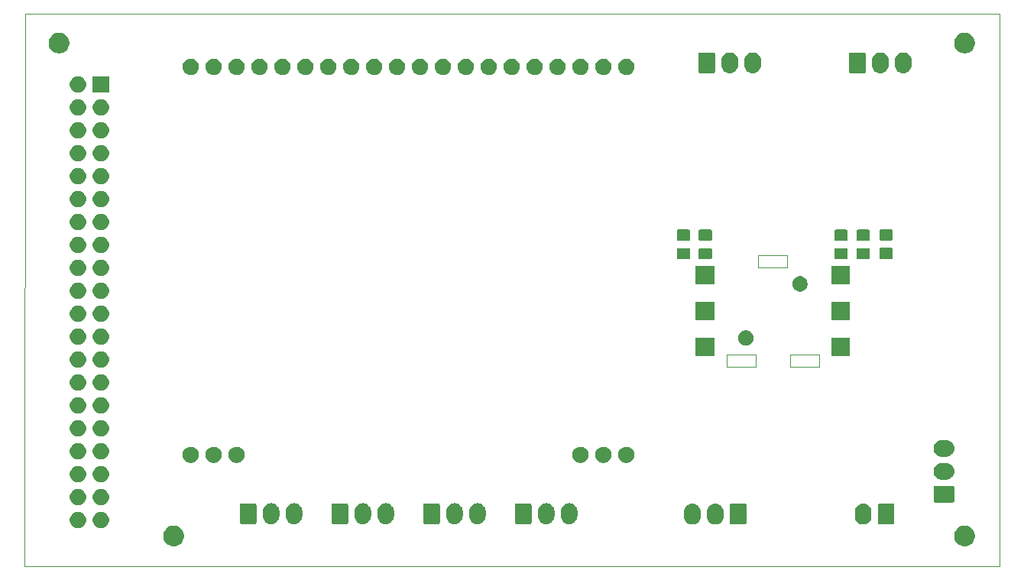
<source format=gbr>
%TF.GenerationSoftware,KiCad,Pcbnew,(5.1.5-0-10_14)*%
%TF.CreationDate,2020-02-25T17:23:17+00:00*%
%TF.ProjectId,Hardware,48617264-7761-4726-952e-6b696361645f,rev?*%
%TF.SameCoordinates,Original*%
%TF.FileFunction,Soldermask,Top*%
%TF.FilePolarity,Negative*%
%FSLAX46Y46*%
G04 Gerber Fmt 4.6, Leading zero omitted, Abs format (unit mm)*
G04 Created by KiCad (PCBNEW (5.1.5-0-10_14)) date 2020-02-25 17:23:17*
%MOMM*%
%LPD*%
G04 APERTURE LIST*
%ADD10C,0.050000*%
%ADD11C,0.150000*%
G04 APERTURE END LIST*
D10*
X152450000Y-52700000D02*
X152450000Y-54100000D01*
X152450000Y-54100000D02*
X149250000Y-54100000D01*
X149250000Y-54100000D02*
X149250000Y-52700000D01*
X149250000Y-52700000D02*
X152450000Y-52700000D01*
X152750000Y-65100000D02*
X152750000Y-63700000D01*
X155950000Y-65100000D02*
X152750000Y-65100000D01*
X155950000Y-63700000D02*
X155950000Y-65100000D01*
X152750000Y-63700000D02*
X155950000Y-63700000D01*
X145750000Y-65100000D02*
X145750000Y-63700000D01*
X148950000Y-65100000D02*
X145750000Y-65100000D01*
X148950000Y-63700000D02*
X148950000Y-65100000D01*
X145750000Y-63700000D02*
X148950000Y-63700000D01*
X68000000Y-26000000D02*
X67950000Y-87150000D01*
X176000000Y-26000000D02*
X68000000Y-26000000D01*
X175950000Y-87150000D02*
X176000000Y-26000000D01*
X67950000Y-87150000D02*
X175950000Y-87150000D01*
D11*
G36*
X172309549Y-82691116D02*
G01*
X172420734Y-82713232D01*
X172630203Y-82799997D01*
X172818720Y-82925960D01*
X172979040Y-83086280D01*
X173105003Y-83274797D01*
X173191768Y-83484266D01*
X173236000Y-83706636D01*
X173236000Y-83933364D01*
X173191768Y-84155734D01*
X173105003Y-84365203D01*
X172979040Y-84553720D01*
X172818720Y-84714040D01*
X172630203Y-84840003D01*
X172420734Y-84926768D01*
X172309549Y-84948884D01*
X172198365Y-84971000D01*
X171971635Y-84971000D01*
X171860451Y-84948884D01*
X171749266Y-84926768D01*
X171539797Y-84840003D01*
X171351280Y-84714040D01*
X171190960Y-84553720D01*
X171064997Y-84365203D01*
X170978232Y-84155734D01*
X170934000Y-83933364D01*
X170934000Y-83706636D01*
X170978232Y-83484266D01*
X171064997Y-83274797D01*
X171190960Y-83086280D01*
X171351280Y-82925960D01*
X171539797Y-82799997D01*
X171749266Y-82713232D01*
X171860451Y-82691116D01*
X171971635Y-82669000D01*
X172198365Y-82669000D01*
X172309549Y-82691116D01*
G37*
G36*
X84679549Y-82691116D02*
G01*
X84790734Y-82713232D01*
X85000203Y-82799997D01*
X85188720Y-82925960D01*
X85349040Y-83086280D01*
X85475003Y-83274797D01*
X85561768Y-83484266D01*
X85606000Y-83706636D01*
X85606000Y-83933364D01*
X85561768Y-84155734D01*
X85475003Y-84365203D01*
X85349040Y-84553720D01*
X85188720Y-84714040D01*
X85000203Y-84840003D01*
X84790734Y-84926768D01*
X84679549Y-84948884D01*
X84568365Y-84971000D01*
X84341635Y-84971000D01*
X84230451Y-84948884D01*
X84119266Y-84926768D01*
X83909797Y-84840003D01*
X83721280Y-84714040D01*
X83560960Y-84553720D01*
X83434997Y-84365203D01*
X83348232Y-84155734D01*
X83304000Y-83933364D01*
X83304000Y-83706636D01*
X83348232Y-83484266D01*
X83434997Y-83274797D01*
X83560960Y-83086280D01*
X83721280Y-82925960D01*
X83909797Y-82799997D01*
X84119266Y-82713232D01*
X84230451Y-82691116D01*
X84341635Y-82669000D01*
X84568365Y-82669000D01*
X84679549Y-82691116D01*
G37*
G36*
X73973512Y-81163927D02*
G01*
X74122812Y-81193624D01*
X74286784Y-81261544D01*
X74434354Y-81360147D01*
X74559853Y-81485646D01*
X74658456Y-81633216D01*
X74726376Y-81797188D01*
X74761000Y-81971259D01*
X74761000Y-82148741D01*
X74726376Y-82322812D01*
X74658456Y-82486784D01*
X74559853Y-82634354D01*
X74434354Y-82759853D01*
X74286784Y-82858456D01*
X74122812Y-82926376D01*
X73973512Y-82956073D01*
X73948742Y-82961000D01*
X73771258Y-82961000D01*
X73746488Y-82956073D01*
X73597188Y-82926376D01*
X73433216Y-82858456D01*
X73285646Y-82759853D01*
X73160147Y-82634354D01*
X73061544Y-82486784D01*
X72993624Y-82322812D01*
X72959000Y-82148741D01*
X72959000Y-81971259D01*
X72993624Y-81797188D01*
X73061544Y-81633216D01*
X73160147Y-81485646D01*
X73285646Y-81360147D01*
X73433216Y-81261544D01*
X73597188Y-81193624D01*
X73746488Y-81163927D01*
X73771258Y-81159000D01*
X73948742Y-81159000D01*
X73973512Y-81163927D01*
G37*
G36*
X76513512Y-81163927D02*
G01*
X76662812Y-81193624D01*
X76826784Y-81261544D01*
X76974354Y-81360147D01*
X77099853Y-81485646D01*
X77198456Y-81633216D01*
X77266376Y-81797188D01*
X77301000Y-81971259D01*
X77301000Y-82148741D01*
X77266376Y-82322812D01*
X77198456Y-82486784D01*
X77099853Y-82634354D01*
X76974354Y-82759853D01*
X76826784Y-82858456D01*
X76662812Y-82926376D01*
X76513512Y-82956073D01*
X76488742Y-82961000D01*
X76311258Y-82961000D01*
X76286488Y-82956073D01*
X76137188Y-82926376D01*
X75973216Y-82858456D01*
X75825646Y-82759853D01*
X75700147Y-82634354D01*
X75601544Y-82486784D01*
X75533624Y-82322812D01*
X75499000Y-82148741D01*
X75499000Y-81971259D01*
X75533624Y-81797188D01*
X75601544Y-81633216D01*
X75700147Y-81485646D01*
X75825646Y-81360147D01*
X75973216Y-81261544D01*
X76137188Y-81193624D01*
X76286488Y-81163927D01*
X76311258Y-81159000D01*
X76488742Y-81159000D01*
X76513512Y-81163927D01*
G37*
G36*
X142100548Y-80262326D02*
G01*
X142274157Y-80314990D01*
X142274159Y-80314991D01*
X142292456Y-80324771D01*
X142434156Y-80400511D01*
X142470957Y-80430713D01*
X142574397Y-80515603D01*
X142648455Y-80605844D01*
X142689489Y-80655844D01*
X142775010Y-80815843D01*
X142827674Y-80989452D01*
X142841000Y-81124757D01*
X142841000Y-81675244D01*
X142827674Y-81810548D01*
X142775010Y-81984157D01*
X142689489Y-82144156D01*
X142685725Y-82148742D01*
X142574397Y-82284397D01*
X142434155Y-82399489D01*
X142327686Y-82456398D01*
X142274156Y-82485010D01*
X142100547Y-82537674D01*
X141920000Y-82555456D01*
X141739452Y-82537674D01*
X141565843Y-82485010D01*
X141405844Y-82399489D01*
X141344919Y-82349489D01*
X141265603Y-82284397D01*
X141150511Y-82144155D01*
X141064991Y-81984158D01*
X141061078Y-81971259D01*
X141012326Y-81810547D01*
X140999000Y-81675243D01*
X140999000Y-81124756D01*
X141012326Y-80989452D01*
X141064990Y-80815843D01*
X141150512Y-80655844D01*
X141191546Y-80605844D01*
X141265604Y-80515603D01*
X141369044Y-80430713D01*
X141405845Y-80400511D01*
X141547545Y-80324771D01*
X141565842Y-80314991D01*
X141565844Y-80314990D01*
X141739453Y-80262326D01*
X141920000Y-80244544D01*
X142100548Y-80262326D01*
G37*
G36*
X144640548Y-80262326D02*
G01*
X144814157Y-80314990D01*
X144814159Y-80314991D01*
X144832456Y-80324771D01*
X144974156Y-80400511D01*
X145010957Y-80430713D01*
X145114397Y-80515603D01*
X145188455Y-80605844D01*
X145229489Y-80655844D01*
X145315010Y-80815843D01*
X145367674Y-80989452D01*
X145381000Y-81124757D01*
X145381000Y-81675244D01*
X145367674Y-81810548D01*
X145315010Y-81984157D01*
X145229489Y-82144156D01*
X145225725Y-82148742D01*
X145114397Y-82284397D01*
X144974155Y-82399489D01*
X144867686Y-82456398D01*
X144814156Y-82485010D01*
X144640547Y-82537674D01*
X144460000Y-82555456D01*
X144279452Y-82537674D01*
X144105843Y-82485010D01*
X143945844Y-82399489D01*
X143884919Y-82349489D01*
X143805603Y-82284397D01*
X143690511Y-82144155D01*
X143604991Y-81984158D01*
X143601078Y-81971259D01*
X143552326Y-81810547D01*
X143539000Y-81675243D01*
X143539000Y-81124756D01*
X143552326Y-80989452D01*
X143604990Y-80815843D01*
X143690512Y-80655844D01*
X143731546Y-80605844D01*
X143805604Y-80515603D01*
X143909044Y-80430713D01*
X143945845Y-80400511D01*
X144087545Y-80324771D01*
X144105842Y-80314991D01*
X144105844Y-80314990D01*
X144279453Y-80262326D01*
X144460000Y-80244544D01*
X144640548Y-80262326D01*
G37*
G36*
X161040548Y-80262326D02*
G01*
X161214157Y-80314990D01*
X161214159Y-80314991D01*
X161232456Y-80324771D01*
X161374156Y-80400511D01*
X161410957Y-80430713D01*
X161514397Y-80515603D01*
X161588455Y-80605844D01*
X161629489Y-80655844D01*
X161715010Y-80815843D01*
X161767674Y-80989452D01*
X161781000Y-81124757D01*
X161781000Y-81675244D01*
X161767674Y-81810548D01*
X161715010Y-81984157D01*
X161629489Y-82144156D01*
X161625725Y-82148742D01*
X161514397Y-82284397D01*
X161374155Y-82399489D01*
X161267686Y-82456398D01*
X161214156Y-82485010D01*
X161040547Y-82537674D01*
X160860000Y-82555456D01*
X160679452Y-82537674D01*
X160505843Y-82485010D01*
X160345844Y-82399489D01*
X160284919Y-82349489D01*
X160205603Y-82284397D01*
X160090511Y-82144155D01*
X160004991Y-81984158D01*
X160001078Y-81971259D01*
X159952326Y-81810547D01*
X159939000Y-81675243D01*
X159939000Y-81124756D01*
X159952326Y-80989452D01*
X160004990Y-80815843D01*
X160090512Y-80655844D01*
X160131546Y-80605844D01*
X160205604Y-80515603D01*
X160309044Y-80430713D01*
X160345845Y-80400511D01*
X160487545Y-80324771D01*
X160505842Y-80314991D01*
X160505844Y-80314990D01*
X160679453Y-80262326D01*
X160860000Y-80244544D01*
X161040548Y-80262326D01*
G37*
G36*
X147779561Y-80252966D02*
G01*
X147812383Y-80262923D01*
X147842632Y-80279092D01*
X147869148Y-80300852D01*
X147890908Y-80327368D01*
X147907077Y-80357617D01*
X147917034Y-80390439D01*
X147921000Y-80430713D01*
X147921000Y-82369287D01*
X147917034Y-82409561D01*
X147907077Y-82442383D01*
X147890908Y-82472632D01*
X147869148Y-82499148D01*
X147842632Y-82520908D01*
X147812383Y-82537077D01*
X147779561Y-82547034D01*
X147739287Y-82551000D01*
X146260713Y-82551000D01*
X146220439Y-82547034D01*
X146187617Y-82537077D01*
X146157368Y-82520908D01*
X146130852Y-82499148D01*
X146109092Y-82472632D01*
X146092923Y-82442383D01*
X146082966Y-82409561D01*
X146079000Y-82369287D01*
X146079000Y-80430713D01*
X146082966Y-80390439D01*
X146092923Y-80357617D01*
X146109092Y-80327368D01*
X146130852Y-80300852D01*
X146157368Y-80279092D01*
X146187617Y-80262923D01*
X146220439Y-80252966D01*
X146260713Y-80249000D01*
X147739287Y-80249000D01*
X147779561Y-80252966D01*
G37*
G36*
X164179561Y-80252966D02*
G01*
X164212383Y-80262923D01*
X164242632Y-80279092D01*
X164269148Y-80300852D01*
X164290908Y-80327368D01*
X164307077Y-80357617D01*
X164317034Y-80390439D01*
X164321000Y-80430713D01*
X164321000Y-82369287D01*
X164317034Y-82409561D01*
X164307077Y-82442383D01*
X164290908Y-82472632D01*
X164269148Y-82499148D01*
X164242632Y-82520908D01*
X164212383Y-82537077D01*
X164179561Y-82547034D01*
X164139287Y-82551000D01*
X162660713Y-82551000D01*
X162620439Y-82547034D01*
X162587617Y-82537077D01*
X162557368Y-82520908D01*
X162530852Y-82499148D01*
X162509092Y-82472632D01*
X162492923Y-82442383D01*
X162482966Y-82409561D01*
X162479000Y-82369287D01*
X162479000Y-80430713D01*
X162482966Y-80390439D01*
X162492923Y-80357617D01*
X162509092Y-80327368D01*
X162530852Y-80300852D01*
X162557368Y-80279092D01*
X162587617Y-80262923D01*
X162620439Y-80252966D01*
X162660713Y-80249000D01*
X164139287Y-80249000D01*
X164179561Y-80252966D01*
G37*
G36*
X95430547Y-80212326D02*
G01*
X95604156Y-80264990D01*
X95604158Y-80264991D01*
X95764155Y-80350511D01*
X95904397Y-80465603D01*
X95983729Y-80562271D01*
X96019489Y-80605844D01*
X96105010Y-80765843D01*
X96157674Y-80939452D01*
X96171000Y-81074756D01*
X96171000Y-81625243D01*
X96157674Y-81760548D01*
X96105010Y-81934157D01*
X96019489Y-82094156D01*
X95983729Y-82137729D01*
X95904397Y-82234397D01*
X95807729Y-82313729D01*
X95764156Y-82349489D01*
X95604157Y-82435010D01*
X95430548Y-82487674D01*
X95250000Y-82505456D01*
X95069453Y-82487674D01*
X94895844Y-82435010D01*
X94735845Y-82349489D01*
X94692272Y-82313729D01*
X94595604Y-82234397D01*
X94480513Y-82094157D01*
X94480512Y-82094155D01*
X94394990Y-81934157D01*
X94342326Y-81760548D01*
X94329000Y-81625244D01*
X94329000Y-81074757D01*
X94342326Y-80939453D01*
X94394990Y-80765844D01*
X94453786Y-80655845D01*
X94480511Y-80605845D01*
X94595603Y-80465603D01*
X94699043Y-80380713D01*
X94735844Y-80350511D01*
X94895843Y-80264990D01*
X95069452Y-80212326D01*
X95250000Y-80194544D01*
X95430547Y-80212326D01*
G37*
G36*
X128450547Y-80212326D02*
G01*
X128624156Y-80264990D01*
X128624158Y-80264991D01*
X128784155Y-80350511D01*
X128924397Y-80465603D01*
X129003729Y-80562271D01*
X129039489Y-80605844D01*
X129125010Y-80765843D01*
X129177674Y-80939452D01*
X129191000Y-81074756D01*
X129191000Y-81625243D01*
X129177674Y-81760548D01*
X129125010Y-81934157D01*
X129039489Y-82094156D01*
X129003729Y-82137729D01*
X128924397Y-82234397D01*
X128827729Y-82313729D01*
X128784156Y-82349489D01*
X128624157Y-82435010D01*
X128450548Y-82487674D01*
X128270000Y-82505456D01*
X128089453Y-82487674D01*
X127915844Y-82435010D01*
X127755845Y-82349489D01*
X127712272Y-82313729D01*
X127615604Y-82234397D01*
X127500513Y-82094157D01*
X127500512Y-82094155D01*
X127414990Y-81934157D01*
X127362326Y-81760548D01*
X127349000Y-81625244D01*
X127349000Y-81074757D01*
X127362326Y-80939453D01*
X127414990Y-80765844D01*
X127473786Y-80655845D01*
X127500511Y-80605845D01*
X127615603Y-80465603D01*
X127719043Y-80380713D01*
X127755844Y-80350511D01*
X127915843Y-80264990D01*
X128089452Y-80212326D01*
X128270000Y-80194544D01*
X128450547Y-80212326D01*
G37*
G36*
X125910547Y-80212326D02*
G01*
X126084156Y-80264990D01*
X126084158Y-80264991D01*
X126244155Y-80350511D01*
X126384397Y-80465603D01*
X126463729Y-80562271D01*
X126499489Y-80605844D01*
X126585010Y-80765843D01*
X126637674Y-80939452D01*
X126651000Y-81074756D01*
X126651000Y-81625243D01*
X126637674Y-81760548D01*
X126585010Y-81934157D01*
X126499489Y-82094156D01*
X126463729Y-82137729D01*
X126384397Y-82234397D01*
X126287729Y-82313729D01*
X126244156Y-82349489D01*
X126084157Y-82435010D01*
X125910548Y-82487674D01*
X125730000Y-82505456D01*
X125549453Y-82487674D01*
X125375844Y-82435010D01*
X125215845Y-82349489D01*
X125172272Y-82313729D01*
X125075604Y-82234397D01*
X124960513Y-82094157D01*
X124960512Y-82094155D01*
X124874990Y-81934157D01*
X124822326Y-81760548D01*
X124809000Y-81625244D01*
X124809000Y-81074757D01*
X124822326Y-80939453D01*
X124874990Y-80765844D01*
X124933786Y-80655845D01*
X124960511Y-80605845D01*
X125075603Y-80465603D01*
X125179043Y-80380713D01*
X125215844Y-80350511D01*
X125375843Y-80264990D01*
X125549452Y-80212326D01*
X125730000Y-80194544D01*
X125910547Y-80212326D01*
G37*
G36*
X118290547Y-80212326D02*
G01*
X118464156Y-80264990D01*
X118464158Y-80264991D01*
X118624155Y-80350511D01*
X118764397Y-80465603D01*
X118843729Y-80562271D01*
X118879489Y-80605844D01*
X118965010Y-80765843D01*
X119017674Y-80939452D01*
X119031000Y-81074756D01*
X119031000Y-81625243D01*
X119017674Y-81760548D01*
X118965010Y-81934157D01*
X118879489Y-82094156D01*
X118843729Y-82137729D01*
X118764397Y-82234397D01*
X118667729Y-82313729D01*
X118624156Y-82349489D01*
X118464157Y-82435010D01*
X118290548Y-82487674D01*
X118110000Y-82505456D01*
X117929453Y-82487674D01*
X117755844Y-82435010D01*
X117595845Y-82349489D01*
X117552272Y-82313729D01*
X117455604Y-82234397D01*
X117340513Y-82094157D01*
X117340512Y-82094155D01*
X117254990Y-81934157D01*
X117202326Y-81760548D01*
X117189000Y-81625244D01*
X117189000Y-81074757D01*
X117202326Y-80939453D01*
X117254990Y-80765844D01*
X117313786Y-80655845D01*
X117340511Y-80605845D01*
X117455603Y-80465603D01*
X117559043Y-80380713D01*
X117595844Y-80350511D01*
X117755843Y-80264990D01*
X117929452Y-80212326D01*
X118110000Y-80194544D01*
X118290547Y-80212326D01*
G37*
G36*
X115750547Y-80212326D02*
G01*
X115924156Y-80264990D01*
X115924158Y-80264991D01*
X116084155Y-80350511D01*
X116224397Y-80465603D01*
X116303729Y-80562271D01*
X116339489Y-80605844D01*
X116425010Y-80765843D01*
X116477674Y-80939452D01*
X116491000Y-81074756D01*
X116491000Y-81625243D01*
X116477674Y-81760548D01*
X116425010Y-81934157D01*
X116339489Y-82094156D01*
X116303729Y-82137729D01*
X116224397Y-82234397D01*
X116127729Y-82313729D01*
X116084156Y-82349489D01*
X115924157Y-82435010D01*
X115750548Y-82487674D01*
X115570000Y-82505456D01*
X115389453Y-82487674D01*
X115215844Y-82435010D01*
X115055845Y-82349489D01*
X115012272Y-82313729D01*
X114915604Y-82234397D01*
X114800513Y-82094157D01*
X114800512Y-82094155D01*
X114714990Y-81934157D01*
X114662326Y-81760548D01*
X114649000Y-81625244D01*
X114649000Y-81074757D01*
X114662326Y-80939453D01*
X114714990Y-80765844D01*
X114773786Y-80655845D01*
X114800511Y-80605845D01*
X114915603Y-80465603D01*
X115019043Y-80380713D01*
X115055844Y-80350511D01*
X115215843Y-80264990D01*
X115389452Y-80212326D01*
X115570000Y-80194544D01*
X115750547Y-80212326D01*
G37*
G36*
X105590547Y-80212326D02*
G01*
X105764156Y-80264990D01*
X105764158Y-80264991D01*
X105924155Y-80350511D01*
X106064397Y-80465603D01*
X106143729Y-80562271D01*
X106179489Y-80605844D01*
X106265010Y-80765843D01*
X106317674Y-80939452D01*
X106331000Y-81074756D01*
X106331000Y-81625243D01*
X106317674Y-81760548D01*
X106265010Y-81934157D01*
X106179489Y-82094156D01*
X106143729Y-82137729D01*
X106064397Y-82234397D01*
X105967729Y-82313729D01*
X105924156Y-82349489D01*
X105764157Y-82435010D01*
X105590548Y-82487674D01*
X105410000Y-82505456D01*
X105229453Y-82487674D01*
X105055844Y-82435010D01*
X104895845Y-82349489D01*
X104852272Y-82313729D01*
X104755604Y-82234397D01*
X104640513Y-82094157D01*
X104640512Y-82094155D01*
X104554990Y-81934157D01*
X104502326Y-81760548D01*
X104489000Y-81625244D01*
X104489000Y-81074757D01*
X104502326Y-80939453D01*
X104554990Y-80765844D01*
X104613786Y-80655845D01*
X104640511Y-80605845D01*
X104755603Y-80465603D01*
X104859043Y-80380713D01*
X104895844Y-80350511D01*
X105055843Y-80264990D01*
X105229452Y-80212326D01*
X105410000Y-80194544D01*
X105590547Y-80212326D01*
G37*
G36*
X108130547Y-80212326D02*
G01*
X108304156Y-80264990D01*
X108304158Y-80264991D01*
X108464155Y-80350511D01*
X108604397Y-80465603D01*
X108683729Y-80562271D01*
X108719489Y-80605844D01*
X108805010Y-80765843D01*
X108857674Y-80939452D01*
X108871000Y-81074756D01*
X108871000Y-81625243D01*
X108857674Y-81760548D01*
X108805010Y-81934157D01*
X108719489Y-82094156D01*
X108683729Y-82137729D01*
X108604397Y-82234397D01*
X108507729Y-82313729D01*
X108464156Y-82349489D01*
X108304157Y-82435010D01*
X108130548Y-82487674D01*
X107950000Y-82505456D01*
X107769453Y-82487674D01*
X107595844Y-82435010D01*
X107435845Y-82349489D01*
X107392272Y-82313729D01*
X107295604Y-82234397D01*
X107180513Y-82094157D01*
X107180512Y-82094155D01*
X107094990Y-81934157D01*
X107042326Y-81760548D01*
X107029000Y-81625244D01*
X107029000Y-81074757D01*
X107042326Y-80939453D01*
X107094990Y-80765844D01*
X107153786Y-80655845D01*
X107180511Y-80605845D01*
X107295603Y-80465603D01*
X107399043Y-80380713D01*
X107435844Y-80350511D01*
X107595843Y-80264990D01*
X107769452Y-80212326D01*
X107950000Y-80194544D01*
X108130547Y-80212326D01*
G37*
G36*
X97970547Y-80212326D02*
G01*
X98144156Y-80264990D01*
X98144158Y-80264991D01*
X98304155Y-80350511D01*
X98444397Y-80465603D01*
X98523729Y-80562271D01*
X98559489Y-80605844D01*
X98645010Y-80765843D01*
X98697674Y-80939452D01*
X98711000Y-81074756D01*
X98711000Y-81625243D01*
X98697674Y-81760548D01*
X98645010Y-81934157D01*
X98559489Y-82094156D01*
X98523729Y-82137729D01*
X98444397Y-82234397D01*
X98347729Y-82313729D01*
X98304156Y-82349489D01*
X98144157Y-82435010D01*
X97970548Y-82487674D01*
X97790000Y-82505456D01*
X97609453Y-82487674D01*
X97435844Y-82435010D01*
X97275845Y-82349489D01*
X97232272Y-82313729D01*
X97135604Y-82234397D01*
X97020513Y-82094157D01*
X97020512Y-82094155D01*
X96934990Y-81934157D01*
X96882326Y-81760548D01*
X96869000Y-81625244D01*
X96869000Y-81074757D01*
X96882326Y-80939453D01*
X96934990Y-80765844D01*
X96993786Y-80655845D01*
X97020511Y-80605845D01*
X97135603Y-80465603D01*
X97239043Y-80380713D01*
X97275844Y-80350511D01*
X97435843Y-80264990D01*
X97609452Y-80212326D01*
X97790000Y-80194544D01*
X97970547Y-80212326D01*
G37*
G36*
X103649561Y-80202966D02*
G01*
X103682383Y-80212923D01*
X103712632Y-80229092D01*
X103739148Y-80250852D01*
X103760908Y-80277368D01*
X103777077Y-80307617D01*
X103787034Y-80340439D01*
X103791000Y-80380713D01*
X103791000Y-82319287D01*
X103787034Y-82359561D01*
X103777077Y-82392383D01*
X103760908Y-82422632D01*
X103739148Y-82449148D01*
X103712632Y-82470908D01*
X103682383Y-82487077D01*
X103649561Y-82497034D01*
X103609287Y-82501000D01*
X102130713Y-82501000D01*
X102090439Y-82497034D01*
X102057617Y-82487077D01*
X102027368Y-82470908D01*
X102000852Y-82449148D01*
X101979092Y-82422632D01*
X101962923Y-82392383D01*
X101952966Y-82359561D01*
X101949000Y-82319287D01*
X101949000Y-80380713D01*
X101952966Y-80340439D01*
X101962923Y-80307617D01*
X101979092Y-80277368D01*
X102000852Y-80250852D01*
X102027368Y-80229092D01*
X102057617Y-80212923D01*
X102090439Y-80202966D01*
X102130713Y-80199000D01*
X103609287Y-80199000D01*
X103649561Y-80202966D01*
G37*
G36*
X93489561Y-80202966D02*
G01*
X93522383Y-80212923D01*
X93552632Y-80229092D01*
X93579148Y-80250852D01*
X93600908Y-80277368D01*
X93617077Y-80307617D01*
X93627034Y-80340439D01*
X93631000Y-80380713D01*
X93631000Y-82319287D01*
X93627034Y-82359561D01*
X93617077Y-82392383D01*
X93600908Y-82422632D01*
X93579148Y-82449148D01*
X93552632Y-82470908D01*
X93522383Y-82487077D01*
X93489561Y-82497034D01*
X93449287Y-82501000D01*
X91970713Y-82501000D01*
X91930439Y-82497034D01*
X91897617Y-82487077D01*
X91867368Y-82470908D01*
X91840852Y-82449148D01*
X91819092Y-82422632D01*
X91802923Y-82392383D01*
X91792966Y-82359561D01*
X91789000Y-82319287D01*
X91789000Y-80380713D01*
X91792966Y-80340439D01*
X91802923Y-80307617D01*
X91819092Y-80277368D01*
X91840852Y-80250852D01*
X91867368Y-80229092D01*
X91897617Y-80212923D01*
X91930439Y-80202966D01*
X91970713Y-80199000D01*
X93449287Y-80199000D01*
X93489561Y-80202966D01*
G37*
G36*
X123969561Y-80202966D02*
G01*
X124002383Y-80212923D01*
X124032632Y-80229092D01*
X124059148Y-80250852D01*
X124080908Y-80277368D01*
X124097077Y-80307617D01*
X124107034Y-80340439D01*
X124111000Y-80380713D01*
X124111000Y-82319287D01*
X124107034Y-82359561D01*
X124097077Y-82392383D01*
X124080908Y-82422632D01*
X124059148Y-82449148D01*
X124032632Y-82470908D01*
X124002383Y-82487077D01*
X123969561Y-82497034D01*
X123929287Y-82501000D01*
X122450713Y-82501000D01*
X122410439Y-82497034D01*
X122377617Y-82487077D01*
X122347368Y-82470908D01*
X122320852Y-82449148D01*
X122299092Y-82422632D01*
X122282923Y-82392383D01*
X122272966Y-82359561D01*
X122269000Y-82319287D01*
X122269000Y-80380713D01*
X122272966Y-80340439D01*
X122282923Y-80307617D01*
X122299092Y-80277368D01*
X122320852Y-80250852D01*
X122347368Y-80229092D01*
X122377617Y-80212923D01*
X122410439Y-80202966D01*
X122450713Y-80199000D01*
X123929287Y-80199000D01*
X123969561Y-80202966D01*
G37*
G36*
X113809561Y-80202966D02*
G01*
X113842383Y-80212923D01*
X113872632Y-80229092D01*
X113899148Y-80250852D01*
X113920908Y-80277368D01*
X113937077Y-80307617D01*
X113947034Y-80340439D01*
X113951000Y-80380713D01*
X113951000Y-82319287D01*
X113947034Y-82359561D01*
X113937077Y-82392383D01*
X113920908Y-82422632D01*
X113899148Y-82449148D01*
X113872632Y-82470908D01*
X113842383Y-82487077D01*
X113809561Y-82497034D01*
X113769287Y-82501000D01*
X112290713Y-82501000D01*
X112250439Y-82497034D01*
X112217617Y-82487077D01*
X112187368Y-82470908D01*
X112160852Y-82449148D01*
X112139092Y-82422632D01*
X112122923Y-82392383D01*
X112112966Y-82359561D01*
X112109000Y-82319287D01*
X112109000Y-80380713D01*
X112112966Y-80340439D01*
X112122923Y-80307617D01*
X112139092Y-80277368D01*
X112160852Y-80250852D01*
X112187368Y-80229092D01*
X112217617Y-80212923D01*
X112250439Y-80202966D01*
X112290713Y-80199000D01*
X113769287Y-80199000D01*
X113809561Y-80202966D01*
G37*
G36*
X73973512Y-78623927D02*
G01*
X74122812Y-78653624D01*
X74286784Y-78721544D01*
X74434354Y-78820147D01*
X74559853Y-78945646D01*
X74658456Y-79093216D01*
X74726376Y-79257188D01*
X74761000Y-79431259D01*
X74761000Y-79608741D01*
X74726376Y-79782812D01*
X74658456Y-79946784D01*
X74559853Y-80094354D01*
X74434354Y-80219853D01*
X74286784Y-80318456D01*
X74122812Y-80386376D01*
X73973512Y-80416073D01*
X73948742Y-80421000D01*
X73771258Y-80421000D01*
X73746488Y-80416073D01*
X73597188Y-80386376D01*
X73433216Y-80318456D01*
X73285646Y-80219853D01*
X73160147Y-80094354D01*
X73061544Y-79946784D01*
X72993624Y-79782812D01*
X72959000Y-79608741D01*
X72959000Y-79431259D01*
X72993624Y-79257188D01*
X73061544Y-79093216D01*
X73160147Y-78945646D01*
X73285646Y-78820147D01*
X73433216Y-78721544D01*
X73597188Y-78653624D01*
X73746488Y-78623927D01*
X73771258Y-78619000D01*
X73948742Y-78619000D01*
X73973512Y-78623927D01*
G37*
G36*
X76513512Y-78623927D02*
G01*
X76662812Y-78653624D01*
X76826784Y-78721544D01*
X76974354Y-78820147D01*
X77099853Y-78945646D01*
X77198456Y-79093216D01*
X77266376Y-79257188D01*
X77301000Y-79431259D01*
X77301000Y-79608741D01*
X77266376Y-79782812D01*
X77198456Y-79946784D01*
X77099853Y-80094354D01*
X76974354Y-80219853D01*
X76826784Y-80318456D01*
X76662812Y-80386376D01*
X76513512Y-80416073D01*
X76488742Y-80421000D01*
X76311258Y-80421000D01*
X76286488Y-80416073D01*
X76137188Y-80386376D01*
X75973216Y-80318456D01*
X75825646Y-80219853D01*
X75700147Y-80094354D01*
X75601544Y-79946784D01*
X75533624Y-79782812D01*
X75499000Y-79608741D01*
X75499000Y-79431259D01*
X75533624Y-79257188D01*
X75601544Y-79093216D01*
X75700147Y-78945646D01*
X75825646Y-78820147D01*
X75973216Y-78721544D01*
X76137188Y-78653624D01*
X76286488Y-78623927D01*
X76311258Y-78619000D01*
X76488742Y-78619000D01*
X76513512Y-78623927D01*
G37*
G36*
X170809561Y-78282966D02*
G01*
X170842383Y-78292923D01*
X170872632Y-78309092D01*
X170899148Y-78330852D01*
X170920908Y-78357368D01*
X170937077Y-78387617D01*
X170947034Y-78420439D01*
X170951000Y-78460713D01*
X170951000Y-79939287D01*
X170947034Y-79979561D01*
X170937077Y-80012383D01*
X170920908Y-80042632D01*
X170899148Y-80069148D01*
X170872632Y-80090908D01*
X170842383Y-80107077D01*
X170809561Y-80117034D01*
X170769287Y-80121000D01*
X168830713Y-80121000D01*
X168790439Y-80117034D01*
X168757617Y-80107077D01*
X168727368Y-80090908D01*
X168700852Y-80069148D01*
X168679092Y-80042632D01*
X168662923Y-80012383D01*
X168652966Y-79979561D01*
X168649000Y-79939287D01*
X168649000Y-78460713D01*
X168652966Y-78420439D01*
X168662923Y-78387617D01*
X168679092Y-78357368D01*
X168700852Y-78330852D01*
X168727368Y-78309092D01*
X168757617Y-78292923D01*
X168790439Y-78282966D01*
X168830713Y-78279000D01*
X170769287Y-78279000D01*
X170809561Y-78282966D01*
G37*
G36*
X73973512Y-76083927D02*
G01*
X74122812Y-76113624D01*
X74286784Y-76181544D01*
X74434354Y-76280147D01*
X74559853Y-76405646D01*
X74658456Y-76553216D01*
X74726376Y-76717188D01*
X74761000Y-76891259D01*
X74761000Y-77068741D01*
X74726376Y-77242812D01*
X74658456Y-77406784D01*
X74559853Y-77554354D01*
X74434354Y-77679853D01*
X74286784Y-77778456D01*
X74122812Y-77846376D01*
X73973512Y-77876073D01*
X73948742Y-77881000D01*
X73771258Y-77881000D01*
X73746488Y-77876073D01*
X73597188Y-77846376D01*
X73433216Y-77778456D01*
X73285646Y-77679853D01*
X73160147Y-77554354D01*
X73061544Y-77406784D01*
X72993624Y-77242812D01*
X72959000Y-77068741D01*
X72959000Y-76891259D01*
X72993624Y-76717188D01*
X73061544Y-76553216D01*
X73160147Y-76405646D01*
X73285646Y-76280147D01*
X73433216Y-76181544D01*
X73597188Y-76113624D01*
X73746488Y-76083927D01*
X73771258Y-76079000D01*
X73948742Y-76079000D01*
X73973512Y-76083927D01*
G37*
G36*
X76513512Y-76083927D02*
G01*
X76662812Y-76113624D01*
X76826784Y-76181544D01*
X76974354Y-76280147D01*
X77099853Y-76405646D01*
X77198456Y-76553216D01*
X77266376Y-76717188D01*
X77301000Y-76891259D01*
X77301000Y-77068741D01*
X77266376Y-77242812D01*
X77198456Y-77406784D01*
X77099853Y-77554354D01*
X76974354Y-77679853D01*
X76826784Y-77778456D01*
X76662812Y-77846376D01*
X76513512Y-77876073D01*
X76488742Y-77881000D01*
X76311258Y-77881000D01*
X76286488Y-77876073D01*
X76137188Y-77846376D01*
X75973216Y-77778456D01*
X75825646Y-77679853D01*
X75700147Y-77554354D01*
X75601544Y-77406784D01*
X75533624Y-77242812D01*
X75499000Y-77068741D01*
X75499000Y-76891259D01*
X75533624Y-76717188D01*
X75601544Y-76553216D01*
X75700147Y-76405646D01*
X75825646Y-76280147D01*
X75973216Y-76181544D01*
X76137188Y-76113624D01*
X76286488Y-76083927D01*
X76311258Y-76079000D01*
X76488742Y-76079000D01*
X76513512Y-76083927D01*
G37*
G36*
X170095551Y-75741000D02*
G01*
X170210548Y-75752326D01*
X170384157Y-75804990D01*
X170544156Y-75890511D01*
X170587729Y-75926271D01*
X170684397Y-76005603D01*
X170763729Y-76102271D01*
X170799489Y-76145844D01*
X170885010Y-76305843D01*
X170937674Y-76479452D01*
X170955456Y-76660000D01*
X170937674Y-76840548D01*
X170885010Y-77014157D01*
X170799489Y-77174156D01*
X170763729Y-77217729D01*
X170684397Y-77314397D01*
X170587729Y-77393729D01*
X170544156Y-77429489D01*
X170384157Y-77515010D01*
X170210548Y-77567674D01*
X170120345Y-77576558D01*
X170075245Y-77581000D01*
X169524755Y-77581000D01*
X169479655Y-77576558D01*
X169389452Y-77567674D01*
X169215843Y-77515010D01*
X169055844Y-77429489D01*
X169012271Y-77393729D01*
X168915603Y-77314397D01*
X168836271Y-77217729D01*
X168800511Y-77174156D01*
X168714990Y-77014157D01*
X168662326Y-76840548D01*
X168644544Y-76660000D01*
X168662326Y-76479452D01*
X168714990Y-76305843D01*
X168800511Y-76145844D01*
X168836271Y-76102271D01*
X168915603Y-76005603D01*
X169012271Y-75926271D01*
X169055844Y-75890511D01*
X169215843Y-75804990D01*
X169389452Y-75752326D01*
X169504449Y-75741000D01*
X169524755Y-75739000D01*
X170075245Y-75739000D01*
X170095551Y-75741000D01*
G37*
G36*
X91553512Y-73943927D02*
G01*
X91702812Y-73973624D01*
X91866784Y-74041544D01*
X92014354Y-74140147D01*
X92139853Y-74265646D01*
X92238456Y-74413216D01*
X92306376Y-74577188D01*
X92341000Y-74751259D01*
X92341000Y-74928741D01*
X92306376Y-75102812D01*
X92238456Y-75266784D01*
X92139853Y-75414354D01*
X92014354Y-75539853D01*
X91866784Y-75638456D01*
X91702812Y-75706376D01*
X91553512Y-75736073D01*
X91528742Y-75741000D01*
X91351258Y-75741000D01*
X91326488Y-75736073D01*
X91177188Y-75706376D01*
X91013216Y-75638456D01*
X90865646Y-75539853D01*
X90740147Y-75414354D01*
X90641544Y-75266784D01*
X90573624Y-75102812D01*
X90539000Y-74928741D01*
X90539000Y-74751259D01*
X90573624Y-74577188D01*
X90641544Y-74413216D01*
X90740147Y-74265646D01*
X90865646Y-74140147D01*
X91013216Y-74041544D01*
X91177188Y-73973624D01*
X91326488Y-73943927D01*
X91351258Y-73939000D01*
X91528742Y-73939000D01*
X91553512Y-73943927D01*
G37*
G36*
X132193512Y-73943927D02*
G01*
X132342812Y-73973624D01*
X132506784Y-74041544D01*
X132654354Y-74140147D01*
X132779853Y-74265646D01*
X132878456Y-74413216D01*
X132946376Y-74577188D01*
X132981000Y-74751259D01*
X132981000Y-74928741D01*
X132946376Y-75102812D01*
X132878456Y-75266784D01*
X132779853Y-75414354D01*
X132654354Y-75539853D01*
X132506784Y-75638456D01*
X132342812Y-75706376D01*
X132193512Y-75736073D01*
X132168742Y-75741000D01*
X131991258Y-75741000D01*
X131966488Y-75736073D01*
X131817188Y-75706376D01*
X131653216Y-75638456D01*
X131505646Y-75539853D01*
X131380147Y-75414354D01*
X131281544Y-75266784D01*
X131213624Y-75102812D01*
X131179000Y-74928741D01*
X131179000Y-74751259D01*
X131213624Y-74577188D01*
X131281544Y-74413216D01*
X131380147Y-74265646D01*
X131505646Y-74140147D01*
X131653216Y-74041544D01*
X131817188Y-73973624D01*
X131966488Y-73943927D01*
X131991258Y-73939000D01*
X132168742Y-73939000D01*
X132193512Y-73943927D01*
G37*
G36*
X134733512Y-73943927D02*
G01*
X134882812Y-73973624D01*
X135046784Y-74041544D01*
X135194354Y-74140147D01*
X135319853Y-74265646D01*
X135418456Y-74413216D01*
X135486376Y-74577188D01*
X135521000Y-74751259D01*
X135521000Y-74928741D01*
X135486376Y-75102812D01*
X135418456Y-75266784D01*
X135319853Y-75414354D01*
X135194354Y-75539853D01*
X135046784Y-75638456D01*
X134882812Y-75706376D01*
X134733512Y-75736073D01*
X134708742Y-75741000D01*
X134531258Y-75741000D01*
X134506488Y-75736073D01*
X134357188Y-75706376D01*
X134193216Y-75638456D01*
X134045646Y-75539853D01*
X133920147Y-75414354D01*
X133821544Y-75266784D01*
X133753624Y-75102812D01*
X133719000Y-74928741D01*
X133719000Y-74751259D01*
X133753624Y-74577188D01*
X133821544Y-74413216D01*
X133920147Y-74265646D01*
X134045646Y-74140147D01*
X134193216Y-74041544D01*
X134357188Y-73973624D01*
X134506488Y-73943927D01*
X134531258Y-73939000D01*
X134708742Y-73939000D01*
X134733512Y-73943927D01*
G37*
G36*
X129653512Y-73943927D02*
G01*
X129802812Y-73973624D01*
X129966784Y-74041544D01*
X130114354Y-74140147D01*
X130239853Y-74265646D01*
X130338456Y-74413216D01*
X130406376Y-74577188D01*
X130441000Y-74751259D01*
X130441000Y-74928741D01*
X130406376Y-75102812D01*
X130338456Y-75266784D01*
X130239853Y-75414354D01*
X130114354Y-75539853D01*
X129966784Y-75638456D01*
X129802812Y-75706376D01*
X129653512Y-75736073D01*
X129628742Y-75741000D01*
X129451258Y-75741000D01*
X129426488Y-75736073D01*
X129277188Y-75706376D01*
X129113216Y-75638456D01*
X128965646Y-75539853D01*
X128840147Y-75414354D01*
X128741544Y-75266784D01*
X128673624Y-75102812D01*
X128639000Y-74928741D01*
X128639000Y-74751259D01*
X128673624Y-74577188D01*
X128741544Y-74413216D01*
X128840147Y-74265646D01*
X128965646Y-74140147D01*
X129113216Y-74041544D01*
X129277188Y-73973624D01*
X129426488Y-73943927D01*
X129451258Y-73939000D01*
X129628742Y-73939000D01*
X129653512Y-73943927D01*
G37*
G36*
X89013512Y-73943927D02*
G01*
X89162812Y-73973624D01*
X89326784Y-74041544D01*
X89474354Y-74140147D01*
X89599853Y-74265646D01*
X89698456Y-74413216D01*
X89766376Y-74577188D01*
X89801000Y-74751259D01*
X89801000Y-74928741D01*
X89766376Y-75102812D01*
X89698456Y-75266784D01*
X89599853Y-75414354D01*
X89474354Y-75539853D01*
X89326784Y-75638456D01*
X89162812Y-75706376D01*
X89013512Y-75736073D01*
X88988742Y-75741000D01*
X88811258Y-75741000D01*
X88786488Y-75736073D01*
X88637188Y-75706376D01*
X88473216Y-75638456D01*
X88325646Y-75539853D01*
X88200147Y-75414354D01*
X88101544Y-75266784D01*
X88033624Y-75102812D01*
X87999000Y-74928741D01*
X87999000Y-74751259D01*
X88033624Y-74577188D01*
X88101544Y-74413216D01*
X88200147Y-74265646D01*
X88325646Y-74140147D01*
X88473216Y-74041544D01*
X88637188Y-73973624D01*
X88786488Y-73943927D01*
X88811258Y-73939000D01*
X88988742Y-73939000D01*
X89013512Y-73943927D01*
G37*
G36*
X86473512Y-73943927D02*
G01*
X86622812Y-73973624D01*
X86786784Y-74041544D01*
X86934354Y-74140147D01*
X87059853Y-74265646D01*
X87158456Y-74413216D01*
X87226376Y-74577188D01*
X87261000Y-74751259D01*
X87261000Y-74928741D01*
X87226376Y-75102812D01*
X87158456Y-75266784D01*
X87059853Y-75414354D01*
X86934354Y-75539853D01*
X86786784Y-75638456D01*
X86622812Y-75706376D01*
X86473512Y-75736073D01*
X86448742Y-75741000D01*
X86271258Y-75741000D01*
X86246488Y-75736073D01*
X86097188Y-75706376D01*
X85933216Y-75638456D01*
X85785646Y-75539853D01*
X85660147Y-75414354D01*
X85561544Y-75266784D01*
X85493624Y-75102812D01*
X85459000Y-74928741D01*
X85459000Y-74751259D01*
X85493624Y-74577188D01*
X85561544Y-74413216D01*
X85660147Y-74265646D01*
X85785646Y-74140147D01*
X85933216Y-74041544D01*
X86097188Y-73973624D01*
X86246488Y-73943927D01*
X86271258Y-73939000D01*
X86448742Y-73939000D01*
X86473512Y-73943927D01*
G37*
G36*
X73973512Y-73543927D02*
G01*
X74122812Y-73573624D01*
X74286784Y-73641544D01*
X74434354Y-73740147D01*
X74559853Y-73865646D01*
X74658456Y-74013216D01*
X74726376Y-74177188D01*
X74761000Y-74351259D01*
X74761000Y-74528741D01*
X74726376Y-74702812D01*
X74658456Y-74866784D01*
X74559853Y-75014354D01*
X74434354Y-75139853D01*
X74286784Y-75238456D01*
X74122812Y-75306376D01*
X73973512Y-75336073D01*
X73948742Y-75341000D01*
X73771258Y-75341000D01*
X73746488Y-75336073D01*
X73597188Y-75306376D01*
X73433216Y-75238456D01*
X73285646Y-75139853D01*
X73160147Y-75014354D01*
X73061544Y-74866784D01*
X72993624Y-74702812D01*
X72959000Y-74528741D01*
X72959000Y-74351259D01*
X72993624Y-74177188D01*
X73061544Y-74013216D01*
X73160147Y-73865646D01*
X73285646Y-73740147D01*
X73433216Y-73641544D01*
X73597188Y-73573624D01*
X73746488Y-73543927D01*
X73771258Y-73539000D01*
X73948742Y-73539000D01*
X73973512Y-73543927D01*
G37*
G36*
X76513512Y-73543927D02*
G01*
X76662812Y-73573624D01*
X76826784Y-73641544D01*
X76974354Y-73740147D01*
X77099853Y-73865646D01*
X77198456Y-74013216D01*
X77266376Y-74177188D01*
X77301000Y-74351259D01*
X77301000Y-74528741D01*
X77266376Y-74702812D01*
X77198456Y-74866784D01*
X77099853Y-75014354D01*
X76974354Y-75139853D01*
X76826784Y-75238456D01*
X76662812Y-75306376D01*
X76513512Y-75336073D01*
X76488742Y-75341000D01*
X76311258Y-75341000D01*
X76286488Y-75336073D01*
X76137188Y-75306376D01*
X75973216Y-75238456D01*
X75825646Y-75139853D01*
X75700147Y-75014354D01*
X75601544Y-74866784D01*
X75533624Y-74702812D01*
X75499000Y-74528741D01*
X75499000Y-74351259D01*
X75533624Y-74177188D01*
X75601544Y-74013216D01*
X75700147Y-73865646D01*
X75825646Y-73740147D01*
X75973216Y-73641544D01*
X76137188Y-73573624D01*
X76286488Y-73543927D01*
X76311258Y-73539000D01*
X76488742Y-73539000D01*
X76513512Y-73543927D01*
G37*
G36*
X170120345Y-73203442D02*
G01*
X170210548Y-73212326D01*
X170384157Y-73264990D01*
X170544156Y-73350511D01*
X170587729Y-73386271D01*
X170684397Y-73465603D01*
X170763729Y-73562271D01*
X170799489Y-73605844D01*
X170885010Y-73765843D01*
X170937674Y-73939452D01*
X170955456Y-74120000D01*
X170937674Y-74300548D01*
X170885010Y-74474157D01*
X170799489Y-74634156D01*
X170763729Y-74677729D01*
X170684397Y-74774397D01*
X170587729Y-74853729D01*
X170544156Y-74889489D01*
X170384157Y-74975010D01*
X170210548Y-75027674D01*
X170120345Y-75036558D01*
X170075245Y-75041000D01*
X169524755Y-75041000D01*
X169479655Y-75036558D01*
X169389452Y-75027674D01*
X169215843Y-74975010D01*
X169055844Y-74889489D01*
X169012271Y-74853729D01*
X168915603Y-74774397D01*
X168836271Y-74677729D01*
X168800511Y-74634156D01*
X168714990Y-74474157D01*
X168662326Y-74300548D01*
X168644544Y-74120000D01*
X168662326Y-73939452D01*
X168714990Y-73765843D01*
X168800511Y-73605844D01*
X168836271Y-73562271D01*
X168915603Y-73465603D01*
X169012271Y-73386271D01*
X169055844Y-73350511D01*
X169215843Y-73264990D01*
X169389452Y-73212326D01*
X169479655Y-73203442D01*
X169524755Y-73199000D01*
X170075245Y-73199000D01*
X170120345Y-73203442D01*
G37*
G36*
X76513512Y-71003927D02*
G01*
X76662812Y-71033624D01*
X76826784Y-71101544D01*
X76974354Y-71200147D01*
X77099853Y-71325646D01*
X77198456Y-71473216D01*
X77266376Y-71637188D01*
X77301000Y-71811259D01*
X77301000Y-71988741D01*
X77266376Y-72162812D01*
X77198456Y-72326784D01*
X77099853Y-72474354D01*
X76974354Y-72599853D01*
X76826784Y-72698456D01*
X76662812Y-72766376D01*
X76513512Y-72796073D01*
X76488742Y-72801000D01*
X76311258Y-72801000D01*
X76286488Y-72796073D01*
X76137188Y-72766376D01*
X75973216Y-72698456D01*
X75825646Y-72599853D01*
X75700147Y-72474354D01*
X75601544Y-72326784D01*
X75533624Y-72162812D01*
X75499000Y-71988741D01*
X75499000Y-71811259D01*
X75533624Y-71637188D01*
X75601544Y-71473216D01*
X75700147Y-71325646D01*
X75825646Y-71200147D01*
X75973216Y-71101544D01*
X76137188Y-71033624D01*
X76286488Y-71003927D01*
X76311258Y-70999000D01*
X76488742Y-70999000D01*
X76513512Y-71003927D01*
G37*
G36*
X73973512Y-71003927D02*
G01*
X74122812Y-71033624D01*
X74286784Y-71101544D01*
X74434354Y-71200147D01*
X74559853Y-71325646D01*
X74658456Y-71473216D01*
X74726376Y-71637188D01*
X74761000Y-71811259D01*
X74761000Y-71988741D01*
X74726376Y-72162812D01*
X74658456Y-72326784D01*
X74559853Y-72474354D01*
X74434354Y-72599853D01*
X74286784Y-72698456D01*
X74122812Y-72766376D01*
X73973512Y-72796073D01*
X73948742Y-72801000D01*
X73771258Y-72801000D01*
X73746488Y-72796073D01*
X73597188Y-72766376D01*
X73433216Y-72698456D01*
X73285646Y-72599853D01*
X73160147Y-72474354D01*
X73061544Y-72326784D01*
X72993624Y-72162812D01*
X72959000Y-71988741D01*
X72959000Y-71811259D01*
X72993624Y-71637188D01*
X73061544Y-71473216D01*
X73160147Y-71325646D01*
X73285646Y-71200147D01*
X73433216Y-71101544D01*
X73597188Y-71033624D01*
X73746488Y-71003927D01*
X73771258Y-70999000D01*
X73948742Y-70999000D01*
X73973512Y-71003927D01*
G37*
G36*
X73973512Y-68463927D02*
G01*
X74122812Y-68493624D01*
X74286784Y-68561544D01*
X74434354Y-68660147D01*
X74559853Y-68785646D01*
X74658456Y-68933216D01*
X74726376Y-69097188D01*
X74761000Y-69271259D01*
X74761000Y-69448741D01*
X74726376Y-69622812D01*
X74658456Y-69786784D01*
X74559853Y-69934354D01*
X74434354Y-70059853D01*
X74286784Y-70158456D01*
X74122812Y-70226376D01*
X73973512Y-70256073D01*
X73948742Y-70261000D01*
X73771258Y-70261000D01*
X73746488Y-70256073D01*
X73597188Y-70226376D01*
X73433216Y-70158456D01*
X73285646Y-70059853D01*
X73160147Y-69934354D01*
X73061544Y-69786784D01*
X72993624Y-69622812D01*
X72959000Y-69448741D01*
X72959000Y-69271259D01*
X72993624Y-69097188D01*
X73061544Y-68933216D01*
X73160147Y-68785646D01*
X73285646Y-68660147D01*
X73433216Y-68561544D01*
X73597188Y-68493624D01*
X73746488Y-68463927D01*
X73771258Y-68459000D01*
X73948742Y-68459000D01*
X73973512Y-68463927D01*
G37*
G36*
X76513512Y-68463927D02*
G01*
X76662812Y-68493624D01*
X76826784Y-68561544D01*
X76974354Y-68660147D01*
X77099853Y-68785646D01*
X77198456Y-68933216D01*
X77266376Y-69097188D01*
X77301000Y-69271259D01*
X77301000Y-69448741D01*
X77266376Y-69622812D01*
X77198456Y-69786784D01*
X77099853Y-69934354D01*
X76974354Y-70059853D01*
X76826784Y-70158456D01*
X76662812Y-70226376D01*
X76513512Y-70256073D01*
X76488742Y-70261000D01*
X76311258Y-70261000D01*
X76286488Y-70256073D01*
X76137188Y-70226376D01*
X75973216Y-70158456D01*
X75825646Y-70059853D01*
X75700147Y-69934354D01*
X75601544Y-69786784D01*
X75533624Y-69622812D01*
X75499000Y-69448741D01*
X75499000Y-69271259D01*
X75533624Y-69097188D01*
X75601544Y-68933216D01*
X75700147Y-68785646D01*
X75825646Y-68660147D01*
X75973216Y-68561544D01*
X76137188Y-68493624D01*
X76286488Y-68463927D01*
X76311258Y-68459000D01*
X76488742Y-68459000D01*
X76513512Y-68463927D01*
G37*
G36*
X76513512Y-65923927D02*
G01*
X76662812Y-65953624D01*
X76826784Y-66021544D01*
X76974354Y-66120147D01*
X77099853Y-66245646D01*
X77198456Y-66393216D01*
X77266376Y-66557188D01*
X77301000Y-66731259D01*
X77301000Y-66908741D01*
X77266376Y-67082812D01*
X77198456Y-67246784D01*
X77099853Y-67394354D01*
X76974354Y-67519853D01*
X76826784Y-67618456D01*
X76662812Y-67686376D01*
X76513512Y-67716073D01*
X76488742Y-67721000D01*
X76311258Y-67721000D01*
X76286488Y-67716073D01*
X76137188Y-67686376D01*
X75973216Y-67618456D01*
X75825646Y-67519853D01*
X75700147Y-67394354D01*
X75601544Y-67246784D01*
X75533624Y-67082812D01*
X75499000Y-66908741D01*
X75499000Y-66731259D01*
X75533624Y-66557188D01*
X75601544Y-66393216D01*
X75700147Y-66245646D01*
X75825646Y-66120147D01*
X75973216Y-66021544D01*
X76137188Y-65953624D01*
X76286488Y-65923927D01*
X76311258Y-65919000D01*
X76488742Y-65919000D01*
X76513512Y-65923927D01*
G37*
G36*
X73973512Y-65923927D02*
G01*
X74122812Y-65953624D01*
X74286784Y-66021544D01*
X74434354Y-66120147D01*
X74559853Y-66245646D01*
X74658456Y-66393216D01*
X74726376Y-66557188D01*
X74761000Y-66731259D01*
X74761000Y-66908741D01*
X74726376Y-67082812D01*
X74658456Y-67246784D01*
X74559853Y-67394354D01*
X74434354Y-67519853D01*
X74286784Y-67618456D01*
X74122812Y-67686376D01*
X73973512Y-67716073D01*
X73948742Y-67721000D01*
X73771258Y-67721000D01*
X73746488Y-67716073D01*
X73597188Y-67686376D01*
X73433216Y-67618456D01*
X73285646Y-67519853D01*
X73160147Y-67394354D01*
X73061544Y-67246784D01*
X72993624Y-67082812D01*
X72959000Y-66908741D01*
X72959000Y-66731259D01*
X72993624Y-66557188D01*
X73061544Y-66393216D01*
X73160147Y-66245646D01*
X73285646Y-66120147D01*
X73433216Y-66021544D01*
X73597188Y-65953624D01*
X73746488Y-65923927D01*
X73771258Y-65919000D01*
X73948742Y-65919000D01*
X73973512Y-65923927D01*
G37*
G36*
X73973512Y-63383927D02*
G01*
X74122812Y-63413624D01*
X74286784Y-63481544D01*
X74434354Y-63580147D01*
X74559853Y-63705646D01*
X74658456Y-63853216D01*
X74726376Y-64017188D01*
X74761000Y-64191259D01*
X74761000Y-64368741D01*
X74726376Y-64542812D01*
X74658456Y-64706784D01*
X74559853Y-64854354D01*
X74434354Y-64979853D01*
X74286784Y-65078456D01*
X74122812Y-65146376D01*
X73973512Y-65176073D01*
X73948742Y-65181000D01*
X73771258Y-65181000D01*
X73746488Y-65176073D01*
X73597188Y-65146376D01*
X73433216Y-65078456D01*
X73285646Y-64979853D01*
X73160147Y-64854354D01*
X73061544Y-64706784D01*
X72993624Y-64542812D01*
X72959000Y-64368741D01*
X72959000Y-64191259D01*
X72993624Y-64017188D01*
X73061544Y-63853216D01*
X73160147Y-63705646D01*
X73285646Y-63580147D01*
X73433216Y-63481544D01*
X73597188Y-63413624D01*
X73746488Y-63383927D01*
X73771258Y-63379000D01*
X73948742Y-63379000D01*
X73973512Y-63383927D01*
G37*
G36*
X76513512Y-63383927D02*
G01*
X76662812Y-63413624D01*
X76826784Y-63481544D01*
X76974354Y-63580147D01*
X77099853Y-63705646D01*
X77198456Y-63853216D01*
X77266376Y-64017188D01*
X77301000Y-64191259D01*
X77301000Y-64368741D01*
X77266376Y-64542812D01*
X77198456Y-64706784D01*
X77099853Y-64854354D01*
X76974354Y-64979853D01*
X76826784Y-65078456D01*
X76662812Y-65146376D01*
X76513512Y-65176073D01*
X76488742Y-65181000D01*
X76311258Y-65181000D01*
X76286488Y-65176073D01*
X76137188Y-65146376D01*
X75973216Y-65078456D01*
X75825646Y-64979853D01*
X75700147Y-64854354D01*
X75601544Y-64706784D01*
X75533624Y-64542812D01*
X75499000Y-64368741D01*
X75499000Y-64191259D01*
X75533624Y-64017188D01*
X75601544Y-63853216D01*
X75700147Y-63705646D01*
X75825646Y-63580147D01*
X75973216Y-63481544D01*
X76137188Y-63413624D01*
X76286488Y-63383927D01*
X76311258Y-63379000D01*
X76488742Y-63379000D01*
X76513512Y-63383927D01*
G37*
G36*
X159401000Y-63901000D02*
G01*
X157299000Y-63901000D01*
X157299000Y-61899000D01*
X159401000Y-61899000D01*
X159401000Y-63901000D01*
G37*
G36*
X144401000Y-63901000D02*
G01*
X142299000Y-63901000D01*
X142299000Y-61899000D01*
X144401000Y-61899000D01*
X144401000Y-63901000D01*
G37*
G36*
X148098228Y-61081703D02*
G01*
X148253100Y-61145853D01*
X148392481Y-61238985D01*
X148511015Y-61357519D01*
X148604147Y-61496900D01*
X148668297Y-61651772D01*
X148701000Y-61816184D01*
X148701000Y-61983816D01*
X148668297Y-62148228D01*
X148604147Y-62303100D01*
X148511015Y-62442481D01*
X148392481Y-62561015D01*
X148253100Y-62654147D01*
X148098228Y-62718297D01*
X147933816Y-62751000D01*
X147766184Y-62751000D01*
X147601772Y-62718297D01*
X147446900Y-62654147D01*
X147307519Y-62561015D01*
X147188985Y-62442481D01*
X147095853Y-62303100D01*
X147031703Y-62148228D01*
X146999000Y-61983816D01*
X146999000Y-61816184D01*
X147031703Y-61651772D01*
X147095853Y-61496900D01*
X147188985Y-61357519D01*
X147307519Y-61238985D01*
X147446900Y-61145853D01*
X147601772Y-61081703D01*
X147766184Y-61049000D01*
X147933816Y-61049000D01*
X148098228Y-61081703D01*
G37*
G36*
X76513512Y-60843927D02*
G01*
X76662812Y-60873624D01*
X76826784Y-60941544D01*
X76974354Y-61040147D01*
X77099853Y-61165646D01*
X77198456Y-61313216D01*
X77266376Y-61477188D01*
X77301000Y-61651259D01*
X77301000Y-61828741D01*
X77266376Y-62002812D01*
X77198456Y-62166784D01*
X77099853Y-62314354D01*
X76974354Y-62439853D01*
X76826784Y-62538456D01*
X76662812Y-62606376D01*
X76513512Y-62636073D01*
X76488742Y-62641000D01*
X76311258Y-62641000D01*
X76286488Y-62636073D01*
X76137188Y-62606376D01*
X75973216Y-62538456D01*
X75825646Y-62439853D01*
X75700147Y-62314354D01*
X75601544Y-62166784D01*
X75533624Y-62002812D01*
X75499000Y-61828741D01*
X75499000Y-61651259D01*
X75533624Y-61477188D01*
X75601544Y-61313216D01*
X75700147Y-61165646D01*
X75825646Y-61040147D01*
X75973216Y-60941544D01*
X76137188Y-60873624D01*
X76286488Y-60843927D01*
X76311258Y-60839000D01*
X76488742Y-60839000D01*
X76513512Y-60843927D01*
G37*
G36*
X73973512Y-60843927D02*
G01*
X74122812Y-60873624D01*
X74286784Y-60941544D01*
X74434354Y-61040147D01*
X74559853Y-61165646D01*
X74658456Y-61313216D01*
X74726376Y-61477188D01*
X74761000Y-61651259D01*
X74761000Y-61828741D01*
X74726376Y-62002812D01*
X74658456Y-62166784D01*
X74559853Y-62314354D01*
X74434354Y-62439853D01*
X74286784Y-62538456D01*
X74122812Y-62606376D01*
X73973512Y-62636073D01*
X73948742Y-62641000D01*
X73771258Y-62641000D01*
X73746488Y-62636073D01*
X73597188Y-62606376D01*
X73433216Y-62538456D01*
X73285646Y-62439853D01*
X73160147Y-62314354D01*
X73061544Y-62166784D01*
X72993624Y-62002812D01*
X72959000Y-61828741D01*
X72959000Y-61651259D01*
X72993624Y-61477188D01*
X73061544Y-61313216D01*
X73160147Y-61165646D01*
X73285646Y-61040147D01*
X73433216Y-60941544D01*
X73597188Y-60873624D01*
X73746488Y-60843927D01*
X73771258Y-60839000D01*
X73948742Y-60839000D01*
X73973512Y-60843927D01*
G37*
G36*
X73973512Y-58303927D02*
G01*
X74122812Y-58333624D01*
X74286784Y-58401544D01*
X74434354Y-58500147D01*
X74559853Y-58625646D01*
X74658456Y-58773216D01*
X74726376Y-58937188D01*
X74761000Y-59111259D01*
X74761000Y-59288741D01*
X74726376Y-59462812D01*
X74658456Y-59626784D01*
X74559853Y-59774354D01*
X74434354Y-59899853D01*
X74286784Y-59998456D01*
X74122812Y-60066376D01*
X73973512Y-60096073D01*
X73948742Y-60101000D01*
X73771258Y-60101000D01*
X73746488Y-60096073D01*
X73597188Y-60066376D01*
X73433216Y-59998456D01*
X73285646Y-59899853D01*
X73160147Y-59774354D01*
X73061544Y-59626784D01*
X72993624Y-59462812D01*
X72959000Y-59288741D01*
X72959000Y-59111259D01*
X72993624Y-58937188D01*
X73061544Y-58773216D01*
X73160147Y-58625646D01*
X73285646Y-58500147D01*
X73433216Y-58401544D01*
X73597188Y-58333624D01*
X73746488Y-58303927D01*
X73771258Y-58299000D01*
X73948742Y-58299000D01*
X73973512Y-58303927D01*
G37*
G36*
X76513512Y-58303927D02*
G01*
X76662812Y-58333624D01*
X76826784Y-58401544D01*
X76974354Y-58500147D01*
X77099853Y-58625646D01*
X77198456Y-58773216D01*
X77266376Y-58937188D01*
X77301000Y-59111259D01*
X77301000Y-59288741D01*
X77266376Y-59462812D01*
X77198456Y-59626784D01*
X77099853Y-59774354D01*
X76974354Y-59899853D01*
X76826784Y-59998456D01*
X76662812Y-60066376D01*
X76513512Y-60096073D01*
X76488742Y-60101000D01*
X76311258Y-60101000D01*
X76286488Y-60096073D01*
X76137188Y-60066376D01*
X75973216Y-59998456D01*
X75825646Y-59899853D01*
X75700147Y-59774354D01*
X75601544Y-59626784D01*
X75533624Y-59462812D01*
X75499000Y-59288741D01*
X75499000Y-59111259D01*
X75533624Y-58937188D01*
X75601544Y-58773216D01*
X75700147Y-58625646D01*
X75825646Y-58500147D01*
X75973216Y-58401544D01*
X76137188Y-58333624D01*
X76286488Y-58303927D01*
X76311258Y-58299000D01*
X76488742Y-58299000D01*
X76513512Y-58303927D01*
G37*
G36*
X159401000Y-59901000D02*
G01*
X157299000Y-59901000D01*
X157299000Y-57899000D01*
X159401000Y-57899000D01*
X159401000Y-59901000D01*
G37*
G36*
X144401000Y-59901000D02*
G01*
X142299000Y-59901000D01*
X142299000Y-57899000D01*
X144401000Y-57899000D01*
X144401000Y-59901000D01*
G37*
G36*
X76513512Y-55763927D02*
G01*
X76662812Y-55793624D01*
X76826784Y-55861544D01*
X76974354Y-55960147D01*
X77099853Y-56085646D01*
X77198456Y-56233216D01*
X77266376Y-56397188D01*
X77296073Y-56546488D01*
X77298963Y-56561015D01*
X77301000Y-56571259D01*
X77301000Y-56748741D01*
X77266376Y-56922812D01*
X77198456Y-57086784D01*
X77099853Y-57234354D01*
X76974354Y-57359853D01*
X76826784Y-57458456D01*
X76662812Y-57526376D01*
X76513512Y-57556073D01*
X76488742Y-57561000D01*
X76311258Y-57561000D01*
X76286488Y-57556073D01*
X76137188Y-57526376D01*
X75973216Y-57458456D01*
X75825646Y-57359853D01*
X75700147Y-57234354D01*
X75601544Y-57086784D01*
X75533624Y-56922812D01*
X75499000Y-56748741D01*
X75499000Y-56571259D01*
X75501038Y-56561015D01*
X75503927Y-56546488D01*
X75533624Y-56397188D01*
X75601544Y-56233216D01*
X75700147Y-56085646D01*
X75825646Y-55960147D01*
X75973216Y-55861544D01*
X76137188Y-55793624D01*
X76286488Y-55763927D01*
X76311258Y-55759000D01*
X76488742Y-55759000D01*
X76513512Y-55763927D01*
G37*
G36*
X73973512Y-55763927D02*
G01*
X74122812Y-55793624D01*
X74286784Y-55861544D01*
X74434354Y-55960147D01*
X74559853Y-56085646D01*
X74658456Y-56233216D01*
X74726376Y-56397188D01*
X74756073Y-56546488D01*
X74758963Y-56561015D01*
X74761000Y-56571259D01*
X74761000Y-56748741D01*
X74726376Y-56922812D01*
X74658456Y-57086784D01*
X74559853Y-57234354D01*
X74434354Y-57359853D01*
X74286784Y-57458456D01*
X74122812Y-57526376D01*
X73973512Y-57556073D01*
X73948742Y-57561000D01*
X73771258Y-57561000D01*
X73746488Y-57556073D01*
X73597188Y-57526376D01*
X73433216Y-57458456D01*
X73285646Y-57359853D01*
X73160147Y-57234354D01*
X73061544Y-57086784D01*
X72993624Y-56922812D01*
X72959000Y-56748741D01*
X72959000Y-56571259D01*
X72961038Y-56561015D01*
X72963927Y-56546488D01*
X72993624Y-56397188D01*
X73061544Y-56233216D01*
X73160147Y-56085646D01*
X73285646Y-55960147D01*
X73433216Y-55861544D01*
X73597188Y-55793624D01*
X73746488Y-55763927D01*
X73771258Y-55759000D01*
X73948742Y-55759000D01*
X73973512Y-55763927D01*
G37*
G36*
X154098228Y-55081703D02*
G01*
X154253100Y-55145853D01*
X154392481Y-55238985D01*
X154511015Y-55357519D01*
X154604147Y-55496900D01*
X154668297Y-55651772D01*
X154701000Y-55816184D01*
X154701000Y-55983816D01*
X154668297Y-56148228D01*
X154604147Y-56303100D01*
X154511015Y-56442481D01*
X154392481Y-56561015D01*
X154253100Y-56654147D01*
X154098228Y-56718297D01*
X153933816Y-56751000D01*
X153766184Y-56751000D01*
X153601772Y-56718297D01*
X153446900Y-56654147D01*
X153307519Y-56561015D01*
X153188985Y-56442481D01*
X153095853Y-56303100D01*
X153031703Y-56148228D01*
X152999000Y-55983816D01*
X152999000Y-55816184D01*
X153031703Y-55651772D01*
X153095853Y-55496900D01*
X153188985Y-55357519D01*
X153307519Y-55238985D01*
X153446900Y-55145853D01*
X153601772Y-55081703D01*
X153766184Y-55049000D01*
X153933816Y-55049000D01*
X154098228Y-55081703D01*
G37*
G36*
X144401000Y-55901000D02*
G01*
X142299000Y-55901000D01*
X142299000Y-53899000D01*
X144401000Y-53899000D01*
X144401000Y-55901000D01*
G37*
G36*
X159401000Y-55901000D02*
G01*
X157299000Y-55901000D01*
X157299000Y-53899000D01*
X159401000Y-53899000D01*
X159401000Y-55901000D01*
G37*
G36*
X76513512Y-53223927D02*
G01*
X76662812Y-53253624D01*
X76826784Y-53321544D01*
X76974354Y-53420147D01*
X77099853Y-53545646D01*
X77198456Y-53693216D01*
X77266376Y-53857188D01*
X77301000Y-54031259D01*
X77301000Y-54208741D01*
X77266376Y-54382812D01*
X77198456Y-54546784D01*
X77099853Y-54694354D01*
X76974354Y-54819853D01*
X76826784Y-54918456D01*
X76662812Y-54986376D01*
X76513512Y-55016073D01*
X76488742Y-55021000D01*
X76311258Y-55021000D01*
X76286488Y-55016073D01*
X76137188Y-54986376D01*
X75973216Y-54918456D01*
X75825646Y-54819853D01*
X75700147Y-54694354D01*
X75601544Y-54546784D01*
X75533624Y-54382812D01*
X75499000Y-54208741D01*
X75499000Y-54031259D01*
X75533624Y-53857188D01*
X75601544Y-53693216D01*
X75700147Y-53545646D01*
X75825646Y-53420147D01*
X75973216Y-53321544D01*
X76137188Y-53253624D01*
X76286488Y-53223927D01*
X76311258Y-53219000D01*
X76488742Y-53219000D01*
X76513512Y-53223927D01*
G37*
G36*
X73973512Y-53223927D02*
G01*
X74122812Y-53253624D01*
X74286784Y-53321544D01*
X74434354Y-53420147D01*
X74559853Y-53545646D01*
X74658456Y-53693216D01*
X74726376Y-53857188D01*
X74761000Y-54031259D01*
X74761000Y-54208741D01*
X74726376Y-54382812D01*
X74658456Y-54546784D01*
X74559853Y-54694354D01*
X74434354Y-54819853D01*
X74286784Y-54918456D01*
X74122812Y-54986376D01*
X73973512Y-55016073D01*
X73948742Y-55021000D01*
X73771258Y-55021000D01*
X73746488Y-55016073D01*
X73597188Y-54986376D01*
X73433216Y-54918456D01*
X73285646Y-54819853D01*
X73160147Y-54694354D01*
X73061544Y-54546784D01*
X72993624Y-54382812D01*
X72959000Y-54208741D01*
X72959000Y-54031259D01*
X72993624Y-53857188D01*
X73061544Y-53693216D01*
X73160147Y-53545646D01*
X73285646Y-53420147D01*
X73433216Y-53321544D01*
X73597188Y-53253624D01*
X73746488Y-53223927D01*
X73771258Y-53219000D01*
X73948742Y-53219000D01*
X73973512Y-53223927D01*
G37*
G36*
X161438674Y-51928465D02*
G01*
X161476367Y-51939899D01*
X161511103Y-51958466D01*
X161541548Y-51983452D01*
X161566534Y-52013897D01*
X161585101Y-52048633D01*
X161596535Y-52086326D01*
X161601000Y-52131661D01*
X161601000Y-52968339D01*
X161596535Y-53013674D01*
X161585101Y-53051367D01*
X161566534Y-53086103D01*
X161541548Y-53116548D01*
X161511103Y-53141534D01*
X161476367Y-53160101D01*
X161438674Y-53171535D01*
X161393339Y-53176000D01*
X160306661Y-53176000D01*
X160261326Y-53171535D01*
X160223633Y-53160101D01*
X160188897Y-53141534D01*
X160158452Y-53116548D01*
X160133466Y-53086103D01*
X160114899Y-53051367D01*
X160103465Y-53013674D01*
X160099000Y-52968339D01*
X160099000Y-52131661D01*
X160103465Y-52086326D01*
X160114899Y-52048633D01*
X160133466Y-52013897D01*
X160158452Y-51983452D01*
X160188897Y-51958466D01*
X160223633Y-51939899D01*
X160261326Y-51928465D01*
X160306661Y-51924000D01*
X161393339Y-51924000D01*
X161438674Y-51928465D01*
G37*
G36*
X158988674Y-51928465D02*
G01*
X159026367Y-51939899D01*
X159061103Y-51958466D01*
X159091548Y-51983452D01*
X159116534Y-52013897D01*
X159135101Y-52048633D01*
X159146535Y-52086326D01*
X159151000Y-52131661D01*
X159151000Y-52968339D01*
X159146535Y-53013674D01*
X159135101Y-53051367D01*
X159116534Y-53086103D01*
X159091548Y-53116548D01*
X159061103Y-53141534D01*
X159026367Y-53160101D01*
X158988674Y-53171535D01*
X158943339Y-53176000D01*
X157856661Y-53176000D01*
X157811326Y-53171535D01*
X157773633Y-53160101D01*
X157738897Y-53141534D01*
X157708452Y-53116548D01*
X157683466Y-53086103D01*
X157664899Y-53051367D01*
X157653465Y-53013674D01*
X157649000Y-52968339D01*
X157649000Y-52131661D01*
X157653465Y-52086326D01*
X157664899Y-52048633D01*
X157683466Y-52013897D01*
X157708452Y-51983452D01*
X157738897Y-51958466D01*
X157773633Y-51939899D01*
X157811326Y-51928465D01*
X157856661Y-51924000D01*
X158943339Y-51924000D01*
X158988674Y-51928465D01*
G37*
G36*
X143938674Y-51928465D02*
G01*
X143976367Y-51939899D01*
X144011103Y-51958466D01*
X144041548Y-51983452D01*
X144066534Y-52013897D01*
X144085101Y-52048633D01*
X144096535Y-52086326D01*
X144101000Y-52131661D01*
X144101000Y-52968339D01*
X144096535Y-53013674D01*
X144085101Y-53051367D01*
X144066534Y-53086103D01*
X144041548Y-53116548D01*
X144011103Y-53141534D01*
X143976367Y-53160101D01*
X143938674Y-53171535D01*
X143893339Y-53176000D01*
X142806661Y-53176000D01*
X142761326Y-53171535D01*
X142723633Y-53160101D01*
X142688897Y-53141534D01*
X142658452Y-53116548D01*
X142633466Y-53086103D01*
X142614899Y-53051367D01*
X142603465Y-53013674D01*
X142599000Y-52968339D01*
X142599000Y-52131661D01*
X142603465Y-52086326D01*
X142614899Y-52048633D01*
X142633466Y-52013897D01*
X142658452Y-51983452D01*
X142688897Y-51958466D01*
X142723633Y-51939899D01*
X142761326Y-51928465D01*
X142806661Y-51924000D01*
X143893339Y-51924000D01*
X143938674Y-51928465D01*
G37*
G36*
X141538674Y-51928465D02*
G01*
X141576367Y-51939899D01*
X141611103Y-51958466D01*
X141641548Y-51983452D01*
X141666534Y-52013897D01*
X141685101Y-52048633D01*
X141696535Y-52086326D01*
X141701000Y-52131661D01*
X141701000Y-52968339D01*
X141696535Y-53013674D01*
X141685101Y-53051367D01*
X141666534Y-53086103D01*
X141641548Y-53116548D01*
X141611103Y-53141534D01*
X141576367Y-53160101D01*
X141538674Y-53171535D01*
X141493339Y-53176000D01*
X140406661Y-53176000D01*
X140361326Y-53171535D01*
X140323633Y-53160101D01*
X140288897Y-53141534D01*
X140258452Y-53116548D01*
X140233466Y-53086103D01*
X140214899Y-53051367D01*
X140203465Y-53013674D01*
X140199000Y-52968339D01*
X140199000Y-52131661D01*
X140203465Y-52086326D01*
X140214899Y-52048633D01*
X140233466Y-52013897D01*
X140258452Y-51983452D01*
X140288897Y-51958466D01*
X140323633Y-51939899D01*
X140361326Y-51928465D01*
X140406661Y-51924000D01*
X141493339Y-51924000D01*
X141538674Y-51928465D01*
G37*
G36*
X163988674Y-51903465D02*
G01*
X164026367Y-51914899D01*
X164061103Y-51933466D01*
X164091548Y-51958452D01*
X164116534Y-51988897D01*
X164135101Y-52023633D01*
X164146535Y-52061326D01*
X164151000Y-52106661D01*
X164151000Y-52943339D01*
X164146535Y-52988674D01*
X164135101Y-53026367D01*
X164116534Y-53061103D01*
X164091548Y-53091548D01*
X164061103Y-53116534D01*
X164026367Y-53135101D01*
X163988674Y-53146535D01*
X163943339Y-53151000D01*
X162856661Y-53151000D01*
X162811326Y-53146535D01*
X162773633Y-53135101D01*
X162738897Y-53116534D01*
X162708452Y-53091548D01*
X162683466Y-53061103D01*
X162664899Y-53026367D01*
X162653465Y-52988674D01*
X162649000Y-52943339D01*
X162649000Y-52106661D01*
X162653465Y-52061326D01*
X162664899Y-52023633D01*
X162683466Y-51988897D01*
X162708452Y-51958452D01*
X162738897Y-51933466D01*
X162773633Y-51914899D01*
X162811326Y-51903465D01*
X162856661Y-51899000D01*
X163943339Y-51899000D01*
X163988674Y-51903465D01*
G37*
G36*
X73973512Y-50683927D02*
G01*
X74122812Y-50713624D01*
X74286784Y-50781544D01*
X74434354Y-50880147D01*
X74559853Y-51005646D01*
X74658456Y-51153216D01*
X74726376Y-51317188D01*
X74761000Y-51491259D01*
X74761000Y-51668741D01*
X74726376Y-51842812D01*
X74658456Y-52006784D01*
X74559853Y-52154354D01*
X74434354Y-52279853D01*
X74286784Y-52378456D01*
X74122812Y-52446376D01*
X73973512Y-52476073D01*
X73948742Y-52481000D01*
X73771258Y-52481000D01*
X73746488Y-52476073D01*
X73597188Y-52446376D01*
X73433216Y-52378456D01*
X73285646Y-52279853D01*
X73160147Y-52154354D01*
X73061544Y-52006784D01*
X72993624Y-51842812D01*
X72959000Y-51668741D01*
X72959000Y-51491259D01*
X72993624Y-51317188D01*
X73061544Y-51153216D01*
X73160147Y-51005646D01*
X73285646Y-50880147D01*
X73433216Y-50781544D01*
X73597188Y-50713624D01*
X73746488Y-50683927D01*
X73771258Y-50679000D01*
X73948742Y-50679000D01*
X73973512Y-50683927D01*
G37*
G36*
X76513512Y-50683927D02*
G01*
X76662812Y-50713624D01*
X76826784Y-50781544D01*
X76974354Y-50880147D01*
X77099853Y-51005646D01*
X77198456Y-51153216D01*
X77266376Y-51317188D01*
X77301000Y-51491259D01*
X77301000Y-51668741D01*
X77266376Y-51842812D01*
X77198456Y-52006784D01*
X77099853Y-52154354D01*
X76974354Y-52279853D01*
X76826784Y-52378456D01*
X76662812Y-52446376D01*
X76513512Y-52476073D01*
X76488742Y-52481000D01*
X76311258Y-52481000D01*
X76286488Y-52476073D01*
X76137188Y-52446376D01*
X75973216Y-52378456D01*
X75825646Y-52279853D01*
X75700147Y-52154354D01*
X75601544Y-52006784D01*
X75533624Y-51842812D01*
X75499000Y-51668741D01*
X75499000Y-51491259D01*
X75533624Y-51317188D01*
X75601544Y-51153216D01*
X75700147Y-51005646D01*
X75825646Y-50880147D01*
X75973216Y-50781544D01*
X76137188Y-50713624D01*
X76286488Y-50683927D01*
X76311258Y-50679000D01*
X76488742Y-50679000D01*
X76513512Y-50683927D01*
G37*
G36*
X141538674Y-49878465D02*
G01*
X141576367Y-49889899D01*
X141611103Y-49908466D01*
X141641548Y-49933452D01*
X141666534Y-49963897D01*
X141685101Y-49998633D01*
X141696535Y-50036326D01*
X141701000Y-50081661D01*
X141701000Y-50918339D01*
X141696535Y-50963674D01*
X141685101Y-51001367D01*
X141666534Y-51036103D01*
X141641548Y-51066548D01*
X141611103Y-51091534D01*
X141576367Y-51110101D01*
X141538674Y-51121535D01*
X141493339Y-51126000D01*
X140406661Y-51126000D01*
X140361326Y-51121535D01*
X140323633Y-51110101D01*
X140288897Y-51091534D01*
X140258452Y-51066548D01*
X140233466Y-51036103D01*
X140214899Y-51001367D01*
X140203465Y-50963674D01*
X140199000Y-50918339D01*
X140199000Y-50081661D01*
X140203465Y-50036326D01*
X140214899Y-49998633D01*
X140233466Y-49963897D01*
X140258452Y-49933452D01*
X140288897Y-49908466D01*
X140323633Y-49889899D01*
X140361326Y-49878465D01*
X140406661Y-49874000D01*
X141493339Y-49874000D01*
X141538674Y-49878465D01*
G37*
G36*
X143938674Y-49878465D02*
G01*
X143976367Y-49889899D01*
X144011103Y-49908466D01*
X144041548Y-49933452D01*
X144066534Y-49963897D01*
X144085101Y-49998633D01*
X144096535Y-50036326D01*
X144101000Y-50081661D01*
X144101000Y-50918339D01*
X144096535Y-50963674D01*
X144085101Y-51001367D01*
X144066534Y-51036103D01*
X144041548Y-51066548D01*
X144011103Y-51091534D01*
X143976367Y-51110101D01*
X143938674Y-51121535D01*
X143893339Y-51126000D01*
X142806661Y-51126000D01*
X142761326Y-51121535D01*
X142723633Y-51110101D01*
X142688897Y-51091534D01*
X142658452Y-51066548D01*
X142633466Y-51036103D01*
X142614899Y-51001367D01*
X142603465Y-50963674D01*
X142599000Y-50918339D01*
X142599000Y-50081661D01*
X142603465Y-50036326D01*
X142614899Y-49998633D01*
X142633466Y-49963897D01*
X142658452Y-49933452D01*
X142688897Y-49908466D01*
X142723633Y-49889899D01*
X142761326Y-49878465D01*
X142806661Y-49874000D01*
X143893339Y-49874000D01*
X143938674Y-49878465D01*
G37*
G36*
X158988674Y-49878465D02*
G01*
X159026367Y-49889899D01*
X159061103Y-49908466D01*
X159091548Y-49933452D01*
X159116534Y-49963897D01*
X159135101Y-49998633D01*
X159146535Y-50036326D01*
X159151000Y-50081661D01*
X159151000Y-50918339D01*
X159146535Y-50963674D01*
X159135101Y-51001367D01*
X159116534Y-51036103D01*
X159091548Y-51066548D01*
X159061103Y-51091534D01*
X159026367Y-51110101D01*
X158988674Y-51121535D01*
X158943339Y-51126000D01*
X157856661Y-51126000D01*
X157811326Y-51121535D01*
X157773633Y-51110101D01*
X157738897Y-51091534D01*
X157708452Y-51066548D01*
X157683466Y-51036103D01*
X157664899Y-51001367D01*
X157653465Y-50963674D01*
X157649000Y-50918339D01*
X157649000Y-50081661D01*
X157653465Y-50036326D01*
X157664899Y-49998633D01*
X157683466Y-49963897D01*
X157708452Y-49933452D01*
X157738897Y-49908466D01*
X157773633Y-49889899D01*
X157811326Y-49878465D01*
X157856661Y-49874000D01*
X158943339Y-49874000D01*
X158988674Y-49878465D01*
G37*
G36*
X161438674Y-49878465D02*
G01*
X161476367Y-49889899D01*
X161511103Y-49908466D01*
X161541548Y-49933452D01*
X161566534Y-49963897D01*
X161585101Y-49998633D01*
X161596535Y-50036326D01*
X161601000Y-50081661D01*
X161601000Y-50918339D01*
X161596535Y-50963674D01*
X161585101Y-51001367D01*
X161566534Y-51036103D01*
X161541548Y-51066548D01*
X161511103Y-51091534D01*
X161476367Y-51110101D01*
X161438674Y-51121535D01*
X161393339Y-51126000D01*
X160306661Y-51126000D01*
X160261326Y-51121535D01*
X160223633Y-51110101D01*
X160188897Y-51091534D01*
X160158452Y-51066548D01*
X160133466Y-51036103D01*
X160114899Y-51001367D01*
X160103465Y-50963674D01*
X160099000Y-50918339D01*
X160099000Y-50081661D01*
X160103465Y-50036326D01*
X160114899Y-49998633D01*
X160133466Y-49963897D01*
X160158452Y-49933452D01*
X160188897Y-49908466D01*
X160223633Y-49889899D01*
X160261326Y-49878465D01*
X160306661Y-49874000D01*
X161393339Y-49874000D01*
X161438674Y-49878465D01*
G37*
G36*
X163988674Y-49853465D02*
G01*
X164026367Y-49864899D01*
X164061103Y-49883466D01*
X164091548Y-49908452D01*
X164116534Y-49938897D01*
X164135101Y-49973633D01*
X164146535Y-50011326D01*
X164151000Y-50056661D01*
X164151000Y-50893339D01*
X164146535Y-50938674D01*
X164135101Y-50976367D01*
X164116534Y-51011103D01*
X164091548Y-51041548D01*
X164061103Y-51066534D01*
X164026367Y-51085101D01*
X163988674Y-51096535D01*
X163943339Y-51101000D01*
X162856661Y-51101000D01*
X162811326Y-51096535D01*
X162773633Y-51085101D01*
X162738897Y-51066534D01*
X162708452Y-51041548D01*
X162683466Y-51011103D01*
X162664899Y-50976367D01*
X162653465Y-50938674D01*
X162649000Y-50893339D01*
X162649000Y-50056661D01*
X162653465Y-50011326D01*
X162664899Y-49973633D01*
X162683466Y-49938897D01*
X162708452Y-49908452D01*
X162738897Y-49883466D01*
X162773633Y-49864899D01*
X162811326Y-49853465D01*
X162856661Y-49849000D01*
X163943339Y-49849000D01*
X163988674Y-49853465D01*
G37*
G36*
X76513512Y-48143927D02*
G01*
X76662812Y-48173624D01*
X76826784Y-48241544D01*
X76974354Y-48340147D01*
X77099853Y-48465646D01*
X77198456Y-48613216D01*
X77266376Y-48777188D01*
X77301000Y-48951259D01*
X77301000Y-49128741D01*
X77266376Y-49302812D01*
X77198456Y-49466784D01*
X77099853Y-49614354D01*
X76974354Y-49739853D01*
X76826784Y-49838456D01*
X76662812Y-49906376D01*
X76526688Y-49933452D01*
X76488742Y-49941000D01*
X76311258Y-49941000D01*
X76273312Y-49933452D01*
X76137188Y-49906376D01*
X75973216Y-49838456D01*
X75825646Y-49739853D01*
X75700147Y-49614354D01*
X75601544Y-49466784D01*
X75533624Y-49302812D01*
X75499000Y-49128741D01*
X75499000Y-48951259D01*
X75533624Y-48777188D01*
X75601544Y-48613216D01*
X75700147Y-48465646D01*
X75825646Y-48340147D01*
X75973216Y-48241544D01*
X76137188Y-48173624D01*
X76286488Y-48143927D01*
X76311258Y-48139000D01*
X76488742Y-48139000D01*
X76513512Y-48143927D01*
G37*
G36*
X73973512Y-48143927D02*
G01*
X74122812Y-48173624D01*
X74286784Y-48241544D01*
X74434354Y-48340147D01*
X74559853Y-48465646D01*
X74658456Y-48613216D01*
X74726376Y-48777188D01*
X74761000Y-48951259D01*
X74761000Y-49128741D01*
X74726376Y-49302812D01*
X74658456Y-49466784D01*
X74559853Y-49614354D01*
X74434354Y-49739853D01*
X74286784Y-49838456D01*
X74122812Y-49906376D01*
X73986688Y-49933452D01*
X73948742Y-49941000D01*
X73771258Y-49941000D01*
X73733312Y-49933452D01*
X73597188Y-49906376D01*
X73433216Y-49838456D01*
X73285646Y-49739853D01*
X73160147Y-49614354D01*
X73061544Y-49466784D01*
X72993624Y-49302812D01*
X72959000Y-49128741D01*
X72959000Y-48951259D01*
X72993624Y-48777188D01*
X73061544Y-48613216D01*
X73160147Y-48465646D01*
X73285646Y-48340147D01*
X73433216Y-48241544D01*
X73597188Y-48173624D01*
X73746488Y-48143927D01*
X73771258Y-48139000D01*
X73948742Y-48139000D01*
X73973512Y-48143927D01*
G37*
G36*
X73973512Y-45603927D02*
G01*
X74122812Y-45633624D01*
X74286784Y-45701544D01*
X74434354Y-45800147D01*
X74559853Y-45925646D01*
X74658456Y-46073216D01*
X74726376Y-46237188D01*
X74761000Y-46411259D01*
X74761000Y-46588741D01*
X74726376Y-46762812D01*
X74658456Y-46926784D01*
X74559853Y-47074354D01*
X74434354Y-47199853D01*
X74286784Y-47298456D01*
X74122812Y-47366376D01*
X73973512Y-47396073D01*
X73948742Y-47401000D01*
X73771258Y-47401000D01*
X73746488Y-47396073D01*
X73597188Y-47366376D01*
X73433216Y-47298456D01*
X73285646Y-47199853D01*
X73160147Y-47074354D01*
X73061544Y-46926784D01*
X72993624Y-46762812D01*
X72959000Y-46588741D01*
X72959000Y-46411259D01*
X72993624Y-46237188D01*
X73061544Y-46073216D01*
X73160147Y-45925646D01*
X73285646Y-45800147D01*
X73433216Y-45701544D01*
X73597188Y-45633624D01*
X73746488Y-45603927D01*
X73771258Y-45599000D01*
X73948742Y-45599000D01*
X73973512Y-45603927D01*
G37*
G36*
X76513512Y-45603927D02*
G01*
X76662812Y-45633624D01*
X76826784Y-45701544D01*
X76974354Y-45800147D01*
X77099853Y-45925646D01*
X77198456Y-46073216D01*
X77266376Y-46237188D01*
X77301000Y-46411259D01*
X77301000Y-46588741D01*
X77266376Y-46762812D01*
X77198456Y-46926784D01*
X77099853Y-47074354D01*
X76974354Y-47199853D01*
X76826784Y-47298456D01*
X76662812Y-47366376D01*
X76513512Y-47396073D01*
X76488742Y-47401000D01*
X76311258Y-47401000D01*
X76286488Y-47396073D01*
X76137188Y-47366376D01*
X75973216Y-47298456D01*
X75825646Y-47199853D01*
X75700147Y-47074354D01*
X75601544Y-46926784D01*
X75533624Y-46762812D01*
X75499000Y-46588741D01*
X75499000Y-46411259D01*
X75533624Y-46237188D01*
X75601544Y-46073216D01*
X75700147Y-45925646D01*
X75825646Y-45800147D01*
X75973216Y-45701544D01*
X76137188Y-45633624D01*
X76286488Y-45603927D01*
X76311258Y-45599000D01*
X76488742Y-45599000D01*
X76513512Y-45603927D01*
G37*
G36*
X76513512Y-43063927D02*
G01*
X76662812Y-43093624D01*
X76826784Y-43161544D01*
X76974354Y-43260147D01*
X77099853Y-43385646D01*
X77198456Y-43533216D01*
X77266376Y-43697188D01*
X77301000Y-43871259D01*
X77301000Y-44048741D01*
X77266376Y-44222812D01*
X77198456Y-44386784D01*
X77099853Y-44534354D01*
X76974354Y-44659853D01*
X76826784Y-44758456D01*
X76662812Y-44826376D01*
X76513512Y-44856073D01*
X76488742Y-44861000D01*
X76311258Y-44861000D01*
X76286488Y-44856073D01*
X76137188Y-44826376D01*
X75973216Y-44758456D01*
X75825646Y-44659853D01*
X75700147Y-44534354D01*
X75601544Y-44386784D01*
X75533624Y-44222812D01*
X75499000Y-44048741D01*
X75499000Y-43871259D01*
X75533624Y-43697188D01*
X75601544Y-43533216D01*
X75700147Y-43385646D01*
X75825646Y-43260147D01*
X75973216Y-43161544D01*
X76137188Y-43093624D01*
X76286488Y-43063927D01*
X76311258Y-43059000D01*
X76488742Y-43059000D01*
X76513512Y-43063927D01*
G37*
G36*
X73973512Y-43063927D02*
G01*
X74122812Y-43093624D01*
X74286784Y-43161544D01*
X74434354Y-43260147D01*
X74559853Y-43385646D01*
X74658456Y-43533216D01*
X74726376Y-43697188D01*
X74761000Y-43871259D01*
X74761000Y-44048741D01*
X74726376Y-44222812D01*
X74658456Y-44386784D01*
X74559853Y-44534354D01*
X74434354Y-44659853D01*
X74286784Y-44758456D01*
X74122812Y-44826376D01*
X73973512Y-44856073D01*
X73948742Y-44861000D01*
X73771258Y-44861000D01*
X73746488Y-44856073D01*
X73597188Y-44826376D01*
X73433216Y-44758456D01*
X73285646Y-44659853D01*
X73160147Y-44534354D01*
X73061544Y-44386784D01*
X72993624Y-44222812D01*
X72959000Y-44048741D01*
X72959000Y-43871259D01*
X72993624Y-43697188D01*
X73061544Y-43533216D01*
X73160147Y-43385646D01*
X73285646Y-43260147D01*
X73433216Y-43161544D01*
X73597188Y-43093624D01*
X73746488Y-43063927D01*
X73771258Y-43059000D01*
X73948742Y-43059000D01*
X73973512Y-43063927D01*
G37*
G36*
X73973512Y-40523927D02*
G01*
X74122812Y-40553624D01*
X74286784Y-40621544D01*
X74434354Y-40720147D01*
X74559853Y-40845646D01*
X74658456Y-40993216D01*
X74726376Y-41157188D01*
X74761000Y-41331259D01*
X74761000Y-41508741D01*
X74726376Y-41682812D01*
X74658456Y-41846784D01*
X74559853Y-41994354D01*
X74434354Y-42119853D01*
X74286784Y-42218456D01*
X74122812Y-42286376D01*
X73973512Y-42316073D01*
X73948742Y-42321000D01*
X73771258Y-42321000D01*
X73746488Y-42316073D01*
X73597188Y-42286376D01*
X73433216Y-42218456D01*
X73285646Y-42119853D01*
X73160147Y-41994354D01*
X73061544Y-41846784D01*
X72993624Y-41682812D01*
X72959000Y-41508741D01*
X72959000Y-41331259D01*
X72993624Y-41157188D01*
X73061544Y-40993216D01*
X73160147Y-40845646D01*
X73285646Y-40720147D01*
X73433216Y-40621544D01*
X73597188Y-40553624D01*
X73746488Y-40523927D01*
X73771258Y-40519000D01*
X73948742Y-40519000D01*
X73973512Y-40523927D01*
G37*
G36*
X76513512Y-40523927D02*
G01*
X76662812Y-40553624D01*
X76826784Y-40621544D01*
X76974354Y-40720147D01*
X77099853Y-40845646D01*
X77198456Y-40993216D01*
X77266376Y-41157188D01*
X77301000Y-41331259D01*
X77301000Y-41508741D01*
X77266376Y-41682812D01*
X77198456Y-41846784D01*
X77099853Y-41994354D01*
X76974354Y-42119853D01*
X76826784Y-42218456D01*
X76662812Y-42286376D01*
X76513512Y-42316073D01*
X76488742Y-42321000D01*
X76311258Y-42321000D01*
X76286488Y-42316073D01*
X76137188Y-42286376D01*
X75973216Y-42218456D01*
X75825646Y-42119853D01*
X75700147Y-41994354D01*
X75601544Y-41846784D01*
X75533624Y-41682812D01*
X75499000Y-41508741D01*
X75499000Y-41331259D01*
X75533624Y-41157188D01*
X75601544Y-40993216D01*
X75700147Y-40845646D01*
X75825646Y-40720147D01*
X75973216Y-40621544D01*
X76137188Y-40553624D01*
X76286488Y-40523927D01*
X76311258Y-40519000D01*
X76488742Y-40519000D01*
X76513512Y-40523927D01*
G37*
G36*
X76513512Y-37983927D02*
G01*
X76662812Y-38013624D01*
X76826784Y-38081544D01*
X76974354Y-38180147D01*
X77099853Y-38305646D01*
X77198456Y-38453216D01*
X77266376Y-38617188D01*
X77301000Y-38791259D01*
X77301000Y-38968741D01*
X77266376Y-39142812D01*
X77198456Y-39306784D01*
X77099853Y-39454354D01*
X76974354Y-39579853D01*
X76826784Y-39678456D01*
X76662812Y-39746376D01*
X76513512Y-39776073D01*
X76488742Y-39781000D01*
X76311258Y-39781000D01*
X76286488Y-39776073D01*
X76137188Y-39746376D01*
X75973216Y-39678456D01*
X75825646Y-39579853D01*
X75700147Y-39454354D01*
X75601544Y-39306784D01*
X75533624Y-39142812D01*
X75499000Y-38968741D01*
X75499000Y-38791259D01*
X75533624Y-38617188D01*
X75601544Y-38453216D01*
X75700147Y-38305646D01*
X75825646Y-38180147D01*
X75973216Y-38081544D01*
X76137188Y-38013624D01*
X76286488Y-37983927D01*
X76311258Y-37979000D01*
X76488742Y-37979000D01*
X76513512Y-37983927D01*
G37*
G36*
X73973512Y-37983927D02*
G01*
X74122812Y-38013624D01*
X74286784Y-38081544D01*
X74434354Y-38180147D01*
X74559853Y-38305646D01*
X74658456Y-38453216D01*
X74726376Y-38617188D01*
X74761000Y-38791259D01*
X74761000Y-38968741D01*
X74726376Y-39142812D01*
X74658456Y-39306784D01*
X74559853Y-39454354D01*
X74434354Y-39579853D01*
X74286784Y-39678456D01*
X74122812Y-39746376D01*
X73973512Y-39776073D01*
X73948742Y-39781000D01*
X73771258Y-39781000D01*
X73746488Y-39776073D01*
X73597188Y-39746376D01*
X73433216Y-39678456D01*
X73285646Y-39579853D01*
X73160147Y-39454354D01*
X73061544Y-39306784D01*
X72993624Y-39142812D01*
X72959000Y-38968741D01*
X72959000Y-38791259D01*
X72993624Y-38617188D01*
X73061544Y-38453216D01*
X73160147Y-38305646D01*
X73285646Y-38180147D01*
X73433216Y-38081544D01*
X73597188Y-38013624D01*
X73746488Y-37983927D01*
X73771258Y-37979000D01*
X73948742Y-37979000D01*
X73973512Y-37983927D01*
G37*
G36*
X73973512Y-35443927D02*
G01*
X74122812Y-35473624D01*
X74286784Y-35541544D01*
X74434354Y-35640147D01*
X74559853Y-35765646D01*
X74658456Y-35913216D01*
X74726376Y-36077188D01*
X74761000Y-36251259D01*
X74761000Y-36428741D01*
X74726376Y-36602812D01*
X74658456Y-36766784D01*
X74559853Y-36914354D01*
X74434354Y-37039853D01*
X74286784Y-37138456D01*
X74122812Y-37206376D01*
X73973512Y-37236073D01*
X73948742Y-37241000D01*
X73771258Y-37241000D01*
X73746488Y-37236073D01*
X73597188Y-37206376D01*
X73433216Y-37138456D01*
X73285646Y-37039853D01*
X73160147Y-36914354D01*
X73061544Y-36766784D01*
X72993624Y-36602812D01*
X72959000Y-36428741D01*
X72959000Y-36251259D01*
X72993624Y-36077188D01*
X73061544Y-35913216D01*
X73160147Y-35765646D01*
X73285646Y-35640147D01*
X73433216Y-35541544D01*
X73597188Y-35473624D01*
X73746488Y-35443927D01*
X73771258Y-35439000D01*
X73948742Y-35439000D01*
X73973512Y-35443927D01*
G37*
G36*
X76513512Y-35443927D02*
G01*
X76662812Y-35473624D01*
X76826784Y-35541544D01*
X76974354Y-35640147D01*
X77099853Y-35765646D01*
X77198456Y-35913216D01*
X77266376Y-36077188D01*
X77301000Y-36251259D01*
X77301000Y-36428741D01*
X77266376Y-36602812D01*
X77198456Y-36766784D01*
X77099853Y-36914354D01*
X76974354Y-37039853D01*
X76826784Y-37138456D01*
X76662812Y-37206376D01*
X76513512Y-37236073D01*
X76488742Y-37241000D01*
X76311258Y-37241000D01*
X76286488Y-37236073D01*
X76137188Y-37206376D01*
X75973216Y-37138456D01*
X75825646Y-37039853D01*
X75700147Y-36914354D01*
X75601544Y-36766784D01*
X75533624Y-36602812D01*
X75499000Y-36428741D01*
X75499000Y-36251259D01*
X75533624Y-36077188D01*
X75601544Y-35913216D01*
X75700147Y-35765646D01*
X75825646Y-35640147D01*
X75973216Y-35541544D01*
X76137188Y-35473624D01*
X76286488Y-35443927D01*
X76311258Y-35439000D01*
X76488742Y-35439000D01*
X76513512Y-35443927D01*
G37*
G36*
X73973512Y-32903927D02*
G01*
X74122812Y-32933624D01*
X74286784Y-33001544D01*
X74434354Y-33100147D01*
X74559853Y-33225646D01*
X74658456Y-33373216D01*
X74726376Y-33537188D01*
X74761000Y-33711259D01*
X74761000Y-33888741D01*
X74726376Y-34062812D01*
X74658456Y-34226784D01*
X74559853Y-34374354D01*
X74434354Y-34499853D01*
X74286784Y-34598456D01*
X74122812Y-34666376D01*
X73973512Y-34696073D01*
X73948742Y-34701000D01*
X73771258Y-34701000D01*
X73746488Y-34696073D01*
X73597188Y-34666376D01*
X73433216Y-34598456D01*
X73285646Y-34499853D01*
X73160147Y-34374354D01*
X73061544Y-34226784D01*
X72993624Y-34062812D01*
X72959000Y-33888741D01*
X72959000Y-33711259D01*
X72993624Y-33537188D01*
X73061544Y-33373216D01*
X73160147Y-33225646D01*
X73285646Y-33100147D01*
X73433216Y-33001544D01*
X73597188Y-32933624D01*
X73746488Y-32903927D01*
X73771258Y-32899000D01*
X73948742Y-32899000D01*
X73973512Y-32903927D01*
G37*
G36*
X77301000Y-34701000D02*
G01*
X75499000Y-34701000D01*
X75499000Y-32899000D01*
X77301000Y-32899000D01*
X77301000Y-34701000D01*
G37*
G36*
X127113512Y-30943927D02*
G01*
X127262812Y-30973624D01*
X127426784Y-31041544D01*
X127574354Y-31140147D01*
X127699853Y-31265646D01*
X127798456Y-31413216D01*
X127866376Y-31577188D01*
X127901000Y-31751259D01*
X127901000Y-31928741D01*
X127866376Y-32102812D01*
X127798456Y-32266784D01*
X127699853Y-32414354D01*
X127574354Y-32539853D01*
X127426784Y-32638456D01*
X127262812Y-32706376D01*
X127113512Y-32736073D01*
X127088742Y-32741000D01*
X126911258Y-32741000D01*
X126886488Y-32736073D01*
X126737188Y-32706376D01*
X126573216Y-32638456D01*
X126425646Y-32539853D01*
X126300147Y-32414354D01*
X126201544Y-32266784D01*
X126133624Y-32102812D01*
X126099000Y-31928741D01*
X126099000Y-31751259D01*
X126133624Y-31577188D01*
X126201544Y-31413216D01*
X126300147Y-31265646D01*
X126425646Y-31140147D01*
X126573216Y-31041544D01*
X126737188Y-30973624D01*
X126886488Y-30943927D01*
X126911258Y-30939000D01*
X127088742Y-30939000D01*
X127113512Y-30943927D01*
G37*
G36*
X124573512Y-30943927D02*
G01*
X124722812Y-30973624D01*
X124886784Y-31041544D01*
X125034354Y-31140147D01*
X125159853Y-31265646D01*
X125258456Y-31413216D01*
X125326376Y-31577188D01*
X125361000Y-31751259D01*
X125361000Y-31928741D01*
X125326376Y-32102812D01*
X125258456Y-32266784D01*
X125159853Y-32414354D01*
X125034354Y-32539853D01*
X124886784Y-32638456D01*
X124722812Y-32706376D01*
X124573512Y-32736073D01*
X124548742Y-32741000D01*
X124371258Y-32741000D01*
X124346488Y-32736073D01*
X124197188Y-32706376D01*
X124033216Y-32638456D01*
X123885646Y-32539853D01*
X123760147Y-32414354D01*
X123661544Y-32266784D01*
X123593624Y-32102812D01*
X123559000Y-31928741D01*
X123559000Y-31751259D01*
X123593624Y-31577188D01*
X123661544Y-31413216D01*
X123760147Y-31265646D01*
X123885646Y-31140147D01*
X124033216Y-31041544D01*
X124197188Y-30973624D01*
X124346488Y-30943927D01*
X124371258Y-30939000D01*
X124548742Y-30939000D01*
X124573512Y-30943927D01*
G37*
G36*
X122033512Y-30943927D02*
G01*
X122182812Y-30973624D01*
X122346784Y-31041544D01*
X122494354Y-31140147D01*
X122619853Y-31265646D01*
X122718456Y-31413216D01*
X122786376Y-31577188D01*
X122821000Y-31751259D01*
X122821000Y-31928741D01*
X122786376Y-32102812D01*
X122718456Y-32266784D01*
X122619853Y-32414354D01*
X122494354Y-32539853D01*
X122346784Y-32638456D01*
X122182812Y-32706376D01*
X122033512Y-32736073D01*
X122008742Y-32741000D01*
X121831258Y-32741000D01*
X121806488Y-32736073D01*
X121657188Y-32706376D01*
X121493216Y-32638456D01*
X121345646Y-32539853D01*
X121220147Y-32414354D01*
X121121544Y-32266784D01*
X121053624Y-32102812D01*
X121019000Y-31928741D01*
X121019000Y-31751259D01*
X121053624Y-31577188D01*
X121121544Y-31413216D01*
X121220147Y-31265646D01*
X121345646Y-31140147D01*
X121493216Y-31041544D01*
X121657188Y-30973624D01*
X121806488Y-30943927D01*
X121831258Y-30939000D01*
X122008742Y-30939000D01*
X122033512Y-30943927D01*
G37*
G36*
X119493512Y-30943927D02*
G01*
X119642812Y-30973624D01*
X119806784Y-31041544D01*
X119954354Y-31140147D01*
X120079853Y-31265646D01*
X120178456Y-31413216D01*
X120246376Y-31577188D01*
X120281000Y-31751259D01*
X120281000Y-31928741D01*
X120246376Y-32102812D01*
X120178456Y-32266784D01*
X120079853Y-32414354D01*
X119954354Y-32539853D01*
X119806784Y-32638456D01*
X119642812Y-32706376D01*
X119493512Y-32736073D01*
X119468742Y-32741000D01*
X119291258Y-32741000D01*
X119266488Y-32736073D01*
X119117188Y-32706376D01*
X118953216Y-32638456D01*
X118805646Y-32539853D01*
X118680147Y-32414354D01*
X118581544Y-32266784D01*
X118513624Y-32102812D01*
X118479000Y-31928741D01*
X118479000Y-31751259D01*
X118513624Y-31577188D01*
X118581544Y-31413216D01*
X118680147Y-31265646D01*
X118805646Y-31140147D01*
X118953216Y-31041544D01*
X119117188Y-30973624D01*
X119266488Y-30943927D01*
X119291258Y-30939000D01*
X119468742Y-30939000D01*
X119493512Y-30943927D01*
G37*
G36*
X116953512Y-30943927D02*
G01*
X117102812Y-30973624D01*
X117266784Y-31041544D01*
X117414354Y-31140147D01*
X117539853Y-31265646D01*
X117638456Y-31413216D01*
X117706376Y-31577188D01*
X117741000Y-31751259D01*
X117741000Y-31928741D01*
X117706376Y-32102812D01*
X117638456Y-32266784D01*
X117539853Y-32414354D01*
X117414354Y-32539853D01*
X117266784Y-32638456D01*
X117102812Y-32706376D01*
X116953512Y-32736073D01*
X116928742Y-32741000D01*
X116751258Y-32741000D01*
X116726488Y-32736073D01*
X116577188Y-32706376D01*
X116413216Y-32638456D01*
X116265646Y-32539853D01*
X116140147Y-32414354D01*
X116041544Y-32266784D01*
X115973624Y-32102812D01*
X115939000Y-31928741D01*
X115939000Y-31751259D01*
X115973624Y-31577188D01*
X116041544Y-31413216D01*
X116140147Y-31265646D01*
X116265646Y-31140147D01*
X116413216Y-31041544D01*
X116577188Y-30973624D01*
X116726488Y-30943927D01*
X116751258Y-30939000D01*
X116928742Y-30939000D01*
X116953512Y-30943927D01*
G37*
G36*
X114413512Y-30943927D02*
G01*
X114562812Y-30973624D01*
X114726784Y-31041544D01*
X114874354Y-31140147D01*
X114999853Y-31265646D01*
X115098456Y-31413216D01*
X115166376Y-31577188D01*
X115201000Y-31751259D01*
X115201000Y-31928741D01*
X115166376Y-32102812D01*
X115098456Y-32266784D01*
X114999853Y-32414354D01*
X114874354Y-32539853D01*
X114726784Y-32638456D01*
X114562812Y-32706376D01*
X114413512Y-32736073D01*
X114388742Y-32741000D01*
X114211258Y-32741000D01*
X114186488Y-32736073D01*
X114037188Y-32706376D01*
X113873216Y-32638456D01*
X113725646Y-32539853D01*
X113600147Y-32414354D01*
X113501544Y-32266784D01*
X113433624Y-32102812D01*
X113399000Y-31928741D01*
X113399000Y-31751259D01*
X113433624Y-31577188D01*
X113501544Y-31413216D01*
X113600147Y-31265646D01*
X113725646Y-31140147D01*
X113873216Y-31041544D01*
X114037188Y-30973624D01*
X114186488Y-30943927D01*
X114211258Y-30939000D01*
X114388742Y-30939000D01*
X114413512Y-30943927D01*
G37*
G36*
X111873512Y-30943927D02*
G01*
X112022812Y-30973624D01*
X112186784Y-31041544D01*
X112334354Y-31140147D01*
X112459853Y-31265646D01*
X112558456Y-31413216D01*
X112626376Y-31577188D01*
X112661000Y-31751259D01*
X112661000Y-31928741D01*
X112626376Y-32102812D01*
X112558456Y-32266784D01*
X112459853Y-32414354D01*
X112334354Y-32539853D01*
X112186784Y-32638456D01*
X112022812Y-32706376D01*
X111873512Y-32736073D01*
X111848742Y-32741000D01*
X111671258Y-32741000D01*
X111646488Y-32736073D01*
X111497188Y-32706376D01*
X111333216Y-32638456D01*
X111185646Y-32539853D01*
X111060147Y-32414354D01*
X110961544Y-32266784D01*
X110893624Y-32102812D01*
X110859000Y-31928741D01*
X110859000Y-31751259D01*
X110893624Y-31577188D01*
X110961544Y-31413216D01*
X111060147Y-31265646D01*
X111185646Y-31140147D01*
X111333216Y-31041544D01*
X111497188Y-30973624D01*
X111646488Y-30943927D01*
X111671258Y-30939000D01*
X111848742Y-30939000D01*
X111873512Y-30943927D01*
G37*
G36*
X109333512Y-30943927D02*
G01*
X109482812Y-30973624D01*
X109646784Y-31041544D01*
X109794354Y-31140147D01*
X109919853Y-31265646D01*
X110018456Y-31413216D01*
X110086376Y-31577188D01*
X110121000Y-31751259D01*
X110121000Y-31928741D01*
X110086376Y-32102812D01*
X110018456Y-32266784D01*
X109919853Y-32414354D01*
X109794354Y-32539853D01*
X109646784Y-32638456D01*
X109482812Y-32706376D01*
X109333512Y-32736073D01*
X109308742Y-32741000D01*
X109131258Y-32741000D01*
X109106488Y-32736073D01*
X108957188Y-32706376D01*
X108793216Y-32638456D01*
X108645646Y-32539853D01*
X108520147Y-32414354D01*
X108421544Y-32266784D01*
X108353624Y-32102812D01*
X108319000Y-31928741D01*
X108319000Y-31751259D01*
X108353624Y-31577188D01*
X108421544Y-31413216D01*
X108520147Y-31265646D01*
X108645646Y-31140147D01*
X108793216Y-31041544D01*
X108957188Y-30973624D01*
X109106488Y-30943927D01*
X109131258Y-30939000D01*
X109308742Y-30939000D01*
X109333512Y-30943927D01*
G37*
G36*
X106793512Y-30943927D02*
G01*
X106942812Y-30973624D01*
X107106784Y-31041544D01*
X107254354Y-31140147D01*
X107379853Y-31265646D01*
X107478456Y-31413216D01*
X107546376Y-31577188D01*
X107581000Y-31751259D01*
X107581000Y-31928741D01*
X107546376Y-32102812D01*
X107478456Y-32266784D01*
X107379853Y-32414354D01*
X107254354Y-32539853D01*
X107106784Y-32638456D01*
X106942812Y-32706376D01*
X106793512Y-32736073D01*
X106768742Y-32741000D01*
X106591258Y-32741000D01*
X106566488Y-32736073D01*
X106417188Y-32706376D01*
X106253216Y-32638456D01*
X106105646Y-32539853D01*
X105980147Y-32414354D01*
X105881544Y-32266784D01*
X105813624Y-32102812D01*
X105779000Y-31928741D01*
X105779000Y-31751259D01*
X105813624Y-31577188D01*
X105881544Y-31413216D01*
X105980147Y-31265646D01*
X106105646Y-31140147D01*
X106253216Y-31041544D01*
X106417188Y-30973624D01*
X106566488Y-30943927D01*
X106591258Y-30939000D01*
X106768742Y-30939000D01*
X106793512Y-30943927D01*
G37*
G36*
X104253512Y-30943927D02*
G01*
X104402812Y-30973624D01*
X104566784Y-31041544D01*
X104714354Y-31140147D01*
X104839853Y-31265646D01*
X104938456Y-31413216D01*
X105006376Y-31577188D01*
X105041000Y-31751259D01*
X105041000Y-31928741D01*
X105006376Y-32102812D01*
X104938456Y-32266784D01*
X104839853Y-32414354D01*
X104714354Y-32539853D01*
X104566784Y-32638456D01*
X104402812Y-32706376D01*
X104253512Y-32736073D01*
X104228742Y-32741000D01*
X104051258Y-32741000D01*
X104026488Y-32736073D01*
X103877188Y-32706376D01*
X103713216Y-32638456D01*
X103565646Y-32539853D01*
X103440147Y-32414354D01*
X103341544Y-32266784D01*
X103273624Y-32102812D01*
X103239000Y-31928741D01*
X103239000Y-31751259D01*
X103273624Y-31577188D01*
X103341544Y-31413216D01*
X103440147Y-31265646D01*
X103565646Y-31140147D01*
X103713216Y-31041544D01*
X103877188Y-30973624D01*
X104026488Y-30943927D01*
X104051258Y-30939000D01*
X104228742Y-30939000D01*
X104253512Y-30943927D01*
G37*
G36*
X129653512Y-30943927D02*
G01*
X129802812Y-30973624D01*
X129966784Y-31041544D01*
X130114354Y-31140147D01*
X130239853Y-31265646D01*
X130338456Y-31413216D01*
X130406376Y-31577188D01*
X130441000Y-31751259D01*
X130441000Y-31928741D01*
X130406376Y-32102812D01*
X130338456Y-32266784D01*
X130239853Y-32414354D01*
X130114354Y-32539853D01*
X129966784Y-32638456D01*
X129802812Y-32706376D01*
X129653512Y-32736073D01*
X129628742Y-32741000D01*
X129451258Y-32741000D01*
X129426488Y-32736073D01*
X129277188Y-32706376D01*
X129113216Y-32638456D01*
X128965646Y-32539853D01*
X128840147Y-32414354D01*
X128741544Y-32266784D01*
X128673624Y-32102812D01*
X128639000Y-31928741D01*
X128639000Y-31751259D01*
X128673624Y-31577188D01*
X128741544Y-31413216D01*
X128840147Y-31265646D01*
X128965646Y-31140147D01*
X129113216Y-31041544D01*
X129277188Y-30973624D01*
X129426488Y-30943927D01*
X129451258Y-30939000D01*
X129628742Y-30939000D01*
X129653512Y-30943927D01*
G37*
G36*
X132193512Y-30943927D02*
G01*
X132342812Y-30973624D01*
X132506784Y-31041544D01*
X132654354Y-31140147D01*
X132779853Y-31265646D01*
X132878456Y-31413216D01*
X132946376Y-31577188D01*
X132981000Y-31751259D01*
X132981000Y-31928741D01*
X132946376Y-32102812D01*
X132878456Y-32266784D01*
X132779853Y-32414354D01*
X132654354Y-32539853D01*
X132506784Y-32638456D01*
X132342812Y-32706376D01*
X132193512Y-32736073D01*
X132168742Y-32741000D01*
X131991258Y-32741000D01*
X131966488Y-32736073D01*
X131817188Y-32706376D01*
X131653216Y-32638456D01*
X131505646Y-32539853D01*
X131380147Y-32414354D01*
X131281544Y-32266784D01*
X131213624Y-32102812D01*
X131179000Y-31928741D01*
X131179000Y-31751259D01*
X131213624Y-31577188D01*
X131281544Y-31413216D01*
X131380147Y-31265646D01*
X131505646Y-31140147D01*
X131653216Y-31041544D01*
X131817188Y-30973624D01*
X131966488Y-30943927D01*
X131991258Y-30939000D01*
X132168742Y-30939000D01*
X132193512Y-30943927D01*
G37*
G36*
X101713512Y-30943927D02*
G01*
X101862812Y-30973624D01*
X102026784Y-31041544D01*
X102174354Y-31140147D01*
X102299853Y-31265646D01*
X102398456Y-31413216D01*
X102466376Y-31577188D01*
X102501000Y-31751259D01*
X102501000Y-31928741D01*
X102466376Y-32102812D01*
X102398456Y-32266784D01*
X102299853Y-32414354D01*
X102174354Y-32539853D01*
X102026784Y-32638456D01*
X101862812Y-32706376D01*
X101713512Y-32736073D01*
X101688742Y-32741000D01*
X101511258Y-32741000D01*
X101486488Y-32736073D01*
X101337188Y-32706376D01*
X101173216Y-32638456D01*
X101025646Y-32539853D01*
X100900147Y-32414354D01*
X100801544Y-32266784D01*
X100733624Y-32102812D01*
X100699000Y-31928741D01*
X100699000Y-31751259D01*
X100733624Y-31577188D01*
X100801544Y-31413216D01*
X100900147Y-31265646D01*
X101025646Y-31140147D01*
X101173216Y-31041544D01*
X101337188Y-30973624D01*
X101486488Y-30943927D01*
X101511258Y-30939000D01*
X101688742Y-30939000D01*
X101713512Y-30943927D01*
G37*
G36*
X99173512Y-30943927D02*
G01*
X99322812Y-30973624D01*
X99486784Y-31041544D01*
X99634354Y-31140147D01*
X99759853Y-31265646D01*
X99858456Y-31413216D01*
X99926376Y-31577188D01*
X99961000Y-31751259D01*
X99961000Y-31928741D01*
X99926376Y-32102812D01*
X99858456Y-32266784D01*
X99759853Y-32414354D01*
X99634354Y-32539853D01*
X99486784Y-32638456D01*
X99322812Y-32706376D01*
X99173512Y-32736073D01*
X99148742Y-32741000D01*
X98971258Y-32741000D01*
X98946488Y-32736073D01*
X98797188Y-32706376D01*
X98633216Y-32638456D01*
X98485646Y-32539853D01*
X98360147Y-32414354D01*
X98261544Y-32266784D01*
X98193624Y-32102812D01*
X98159000Y-31928741D01*
X98159000Y-31751259D01*
X98193624Y-31577188D01*
X98261544Y-31413216D01*
X98360147Y-31265646D01*
X98485646Y-31140147D01*
X98633216Y-31041544D01*
X98797188Y-30973624D01*
X98946488Y-30943927D01*
X98971258Y-30939000D01*
X99148742Y-30939000D01*
X99173512Y-30943927D01*
G37*
G36*
X96633512Y-30943927D02*
G01*
X96782812Y-30973624D01*
X96946784Y-31041544D01*
X97094354Y-31140147D01*
X97219853Y-31265646D01*
X97318456Y-31413216D01*
X97386376Y-31577188D01*
X97421000Y-31751259D01*
X97421000Y-31928741D01*
X97386376Y-32102812D01*
X97318456Y-32266784D01*
X97219853Y-32414354D01*
X97094354Y-32539853D01*
X96946784Y-32638456D01*
X96782812Y-32706376D01*
X96633512Y-32736073D01*
X96608742Y-32741000D01*
X96431258Y-32741000D01*
X96406488Y-32736073D01*
X96257188Y-32706376D01*
X96093216Y-32638456D01*
X95945646Y-32539853D01*
X95820147Y-32414354D01*
X95721544Y-32266784D01*
X95653624Y-32102812D01*
X95619000Y-31928741D01*
X95619000Y-31751259D01*
X95653624Y-31577188D01*
X95721544Y-31413216D01*
X95820147Y-31265646D01*
X95945646Y-31140147D01*
X96093216Y-31041544D01*
X96257188Y-30973624D01*
X96406488Y-30943927D01*
X96431258Y-30939000D01*
X96608742Y-30939000D01*
X96633512Y-30943927D01*
G37*
G36*
X134733512Y-30943927D02*
G01*
X134882812Y-30973624D01*
X135046784Y-31041544D01*
X135194354Y-31140147D01*
X135319853Y-31265646D01*
X135418456Y-31413216D01*
X135486376Y-31577188D01*
X135521000Y-31751259D01*
X135521000Y-31928741D01*
X135486376Y-32102812D01*
X135418456Y-32266784D01*
X135319853Y-32414354D01*
X135194354Y-32539853D01*
X135046784Y-32638456D01*
X134882812Y-32706376D01*
X134733512Y-32736073D01*
X134708742Y-32741000D01*
X134531258Y-32741000D01*
X134506488Y-32736073D01*
X134357188Y-32706376D01*
X134193216Y-32638456D01*
X134045646Y-32539853D01*
X133920147Y-32414354D01*
X133821544Y-32266784D01*
X133753624Y-32102812D01*
X133719000Y-31928741D01*
X133719000Y-31751259D01*
X133753624Y-31577188D01*
X133821544Y-31413216D01*
X133920147Y-31265646D01*
X134045646Y-31140147D01*
X134193216Y-31041544D01*
X134357188Y-30973624D01*
X134506488Y-30943927D01*
X134531258Y-30939000D01*
X134708742Y-30939000D01*
X134733512Y-30943927D01*
G37*
G36*
X91553512Y-30943927D02*
G01*
X91702812Y-30973624D01*
X91866784Y-31041544D01*
X92014354Y-31140147D01*
X92139853Y-31265646D01*
X92238456Y-31413216D01*
X92306376Y-31577188D01*
X92341000Y-31751259D01*
X92341000Y-31928741D01*
X92306376Y-32102812D01*
X92238456Y-32266784D01*
X92139853Y-32414354D01*
X92014354Y-32539853D01*
X91866784Y-32638456D01*
X91702812Y-32706376D01*
X91553512Y-32736073D01*
X91528742Y-32741000D01*
X91351258Y-32741000D01*
X91326488Y-32736073D01*
X91177188Y-32706376D01*
X91013216Y-32638456D01*
X90865646Y-32539853D01*
X90740147Y-32414354D01*
X90641544Y-32266784D01*
X90573624Y-32102812D01*
X90539000Y-31928741D01*
X90539000Y-31751259D01*
X90573624Y-31577188D01*
X90641544Y-31413216D01*
X90740147Y-31265646D01*
X90865646Y-31140147D01*
X91013216Y-31041544D01*
X91177188Y-30973624D01*
X91326488Y-30943927D01*
X91351258Y-30939000D01*
X91528742Y-30939000D01*
X91553512Y-30943927D01*
G37*
G36*
X89013512Y-30943927D02*
G01*
X89162812Y-30973624D01*
X89326784Y-31041544D01*
X89474354Y-31140147D01*
X89599853Y-31265646D01*
X89698456Y-31413216D01*
X89766376Y-31577188D01*
X89801000Y-31751259D01*
X89801000Y-31928741D01*
X89766376Y-32102812D01*
X89698456Y-32266784D01*
X89599853Y-32414354D01*
X89474354Y-32539853D01*
X89326784Y-32638456D01*
X89162812Y-32706376D01*
X89013512Y-32736073D01*
X88988742Y-32741000D01*
X88811258Y-32741000D01*
X88786488Y-32736073D01*
X88637188Y-32706376D01*
X88473216Y-32638456D01*
X88325646Y-32539853D01*
X88200147Y-32414354D01*
X88101544Y-32266784D01*
X88033624Y-32102812D01*
X87999000Y-31928741D01*
X87999000Y-31751259D01*
X88033624Y-31577188D01*
X88101544Y-31413216D01*
X88200147Y-31265646D01*
X88325646Y-31140147D01*
X88473216Y-31041544D01*
X88637188Y-30973624D01*
X88786488Y-30943927D01*
X88811258Y-30939000D01*
X88988742Y-30939000D01*
X89013512Y-30943927D01*
G37*
G36*
X86473512Y-30943927D02*
G01*
X86622812Y-30973624D01*
X86786784Y-31041544D01*
X86934354Y-31140147D01*
X87059853Y-31265646D01*
X87158456Y-31413216D01*
X87226376Y-31577188D01*
X87261000Y-31751259D01*
X87261000Y-31928741D01*
X87226376Y-32102812D01*
X87158456Y-32266784D01*
X87059853Y-32414354D01*
X86934354Y-32539853D01*
X86786784Y-32638456D01*
X86622812Y-32706376D01*
X86473512Y-32736073D01*
X86448742Y-32741000D01*
X86271258Y-32741000D01*
X86246488Y-32736073D01*
X86097188Y-32706376D01*
X85933216Y-32638456D01*
X85785646Y-32539853D01*
X85660147Y-32414354D01*
X85561544Y-32266784D01*
X85493624Y-32102812D01*
X85459000Y-31928741D01*
X85459000Y-31751259D01*
X85493624Y-31577188D01*
X85561544Y-31413216D01*
X85660147Y-31265646D01*
X85785646Y-31140147D01*
X85933216Y-31041544D01*
X86097188Y-30973624D01*
X86246488Y-30943927D01*
X86271258Y-30939000D01*
X86448742Y-30939000D01*
X86473512Y-30943927D01*
G37*
G36*
X94093512Y-30943927D02*
G01*
X94242812Y-30973624D01*
X94406784Y-31041544D01*
X94554354Y-31140147D01*
X94679853Y-31265646D01*
X94778456Y-31413216D01*
X94846376Y-31577188D01*
X94881000Y-31751259D01*
X94881000Y-31928741D01*
X94846376Y-32102812D01*
X94778456Y-32266784D01*
X94679853Y-32414354D01*
X94554354Y-32539853D01*
X94406784Y-32638456D01*
X94242812Y-32706376D01*
X94093512Y-32736073D01*
X94068742Y-32741000D01*
X93891258Y-32741000D01*
X93866488Y-32736073D01*
X93717188Y-32706376D01*
X93553216Y-32638456D01*
X93405646Y-32539853D01*
X93280147Y-32414354D01*
X93181544Y-32266784D01*
X93113624Y-32102812D01*
X93079000Y-31928741D01*
X93079000Y-31751259D01*
X93113624Y-31577188D01*
X93181544Y-31413216D01*
X93280147Y-31265646D01*
X93405646Y-31140147D01*
X93553216Y-31041544D01*
X93717188Y-30973624D01*
X93866488Y-30943927D01*
X93891258Y-30939000D01*
X94068742Y-30939000D01*
X94093512Y-30943927D01*
G37*
G36*
X165460547Y-30262326D02*
G01*
X165634156Y-30314990D01*
X165634158Y-30314991D01*
X165794155Y-30400511D01*
X165934397Y-30515603D01*
X166013729Y-30612271D01*
X166049489Y-30655844D01*
X166135010Y-30815843D01*
X166187674Y-30989452D01*
X166201000Y-31124756D01*
X166201000Y-31675243D01*
X166187674Y-31810548D01*
X166135010Y-31984157D01*
X166049489Y-32144156D01*
X166013729Y-32187729D01*
X165934397Y-32284397D01*
X165837729Y-32363729D01*
X165794156Y-32399489D01*
X165634157Y-32485010D01*
X165460548Y-32537674D01*
X165280000Y-32555456D01*
X165099453Y-32537674D01*
X164925844Y-32485010D01*
X164765845Y-32399489D01*
X164722272Y-32363729D01*
X164625604Y-32284397D01*
X164510513Y-32144157D01*
X164510512Y-32144155D01*
X164424990Y-31984157D01*
X164372326Y-31810548D01*
X164359000Y-31675244D01*
X164359000Y-31124757D01*
X164372326Y-30989453D01*
X164424990Y-30815844D01*
X164510511Y-30655845D01*
X164510512Y-30655844D01*
X164625603Y-30515603D01*
X164751388Y-30412375D01*
X164765844Y-30400511D01*
X164907544Y-30324771D01*
X164925841Y-30314991D01*
X164925843Y-30314990D01*
X165099452Y-30262326D01*
X165280000Y-30244544D01*
X165460547Y-30262326D01*
G37*
G36*
X162920547Y-30262326D02*
G01*
X163094156Y-30314990D01*
X163094158Y-30314991D01*
X163254155Y-30400511D01*
X163394397Y-30515603D01*
X163473729Y-30612271D01*
X163509489Y-30655844D01*
X163595010Y-30815843D01*
X163647674Y-30989452D01*
X163661000Y-31124756D01*
X163661000Y-31675243D01*
X163647674Y-31810548D01*
X163595010Y-31984157D01*
X163509489Y-32144156D01*
X163473729Y-32187729D01*
X163394397Y-32284397D01*
X163297729Y-32363729D01*
X163254156Y-32399489D01*
X163094157Y-32485010D01*
X162920548Y-32537674D01*
X162740000Y-32555456D01*
X162559453Y-32537674D01*
X162385844Y-32485010D01*
X162225845Y-32399489D01*
X162182272Y-32363729D01*
X162085604Y-32284397D01*
X161970513Y-32144157D01*
X161970512Y-32144155D01*
X161884990Y-31984157D01*
X161832326Y-31810548D01*
X161819000Y-31675244D01*
X161819000Y-31124757D01*
X161832326Y-30989453D01*
X161884990Y-30815844D01*
X161970511Y-30655845D01*
X161970512Y-30655844D01*
X162085603Y-30515603D01*
X162211388Y-30412375D01*
X162225844Y-30400511D01*
X162367544Y-30324771D01*
X162385841Y-30314991D01*
X162385843Y-30314990D01*
X162559452Y-30262326D01*
X162740000Y-30244544D01*
X162920547Y-30262326D01*
G37*
G36*
X148780547Y-30262326D02*
G01*
X148954156Y-30314990D01*
X148954158Y-30314991D01*
X149114155Y-30400511D01*
X149254397Y-30515603D01*
X149333729Y-30612271D01*
X149369489Y-30655844D01*
X149455010Y-30815843D01*
X149507674Y-30989452D01*
X149521000Y-31124756D01*
X149521000Y-31675243D01*
X149507674Y-31810548D01*
X149455010Y-31984157D01*
X149369489Y-32144156D01*
X149333729Y-32187729D01*
X149254397Y-32284397D01*
X149157729Y-32363729D01*
X149114156Y-32399489D01*
X148954157Y-32485010D01*
X148780548Y-32537674D01*
X148600000Y-32555456D01*
X148419453Y-32537674D01*
X148245844Y-32485010D01*
X148085845Y-32399489D01*
X148042272Y-32363729D01*
X147945604Y-32284397D01*
X147830513Y-32144157D01*
X147830512Y-32144155D01*
X147744990Y-31984157D01*
X147692326Y-31810548D01*
X147679000Y-31675244D01*
X147679000Y-31124757D01*
X147692326Y-30989453D01*
X147744990Y-30815844D01*
X147830511Y-30655845D01*
X147830512Y-30655844D01*
X147945603Y-30515603D01*
X148071388Y-30412375D01*
X148085844Y-30400511D01*
X148227544Y-30324771D01*
X148245841Y-30314991D01*
X148245843Y-30314990D01*
X148419452Y-30262326D01*
X148600000Y-30244544D01*
X148780547Y-30262326D01*
G37*
G36*
X146240547Y-30262326D02*
G01*
X146414156Y-30314990D01*
X146414158Y-30314991D01*
X146574155Y-30400511D01*
X146714397Y-30515603D01*
X146793729Y-30612271D01*
X146829489Y-30655844D01*
X146915010Y-30815843D01*
X146967674Y-30989452D01*
X146981000Y-31124756D01*
X146981000Y-31675243D01*
X146967674Y-31810548D01*
X146915010Y-31984157D01*
X146829489Y-32144156D01*
X146793729Y-32187729D01*
X146714397Y-32284397D01*
X146617729Y-32363729D01*
X146574156Y-32399489D01*
X146414157Y-32485010D01*
X146240548Y-32537674D01*
X146060000Y-32555456D01*
X145879453Y-32537674D01*
X145705844Y-32485010D01*
X145545845Y-32399489D01*
X145502272Y-32363729D01*
X145405604Y-32284397D01*
X145290513Y-32144157D01*
X145290512Y-32144155D01*
X145204990Y-31984157D01*
X145152326Y-31810548D01*
X145139000Y-31675244D01*
X145139000Y-31124757D01*
X145152326Y-30989453D01*
X145204990Y-30815844D01*
X145290511Y-30655845D01*
X145290512Y-30655844D01*
X145405603Y-30515603D01*
X145531388Y-30412375D01*
X145545844Y-30400511D01*
X145687544Y-30324771D01*
X145705841Y-30314991D01*
X145705843Y-30314990D01*
X145879452Y-30262326D01*
X146060000Y-30244544D01*
X146240547Y-30262326D01*
G37*
G36*
X144299561Y-30252966D02*
G01*
X144332383Y-30262923D01*
X144362632Y-30279092D01*
X144389148Y-30300852D01*
X144410908Y-30327368D01*
X144427077Y-30357617D01*
X144437034Y-30390439D01*
X144441000Y-30430713D01*
X144441000Y-32369287D01*
X144437034Y-32409561D01*
X144427077Y-32442383D01*
X144410908Y-32472632D01*
X144389148Y-32499148D01*
X144362632Y-32520908D01*
X144332383Y-32537077D01*
X144299561Y-32547034D01*
X144259287Y-32551000D01*
X142780713Y-32551000D01*
X142740439Y-32547034D01*
X142707617Y-32537077D01*
X142677368Y-32520908D01*
X142650852Y-32499148D01*
X142629092Y-32472632D01*
X142612923Y-32442383D01*
X142602966Y-32409561D01*
X142599000Y-32369287D01*
X142599000Y-30430713D01*
X142602966Y-30390439D01*
X142612923Y-30357617D01*
X142629092Y-30327368D01*
X142650852Y-30300852D01*
X142677368Y-30279092D01*
X142707617Y-30262923D01*
X142740439Y-30252966D01*
X142780713Y-30249000D01*
X144259287Y-30249000D01*
X144299561Y-30252966D01*
G37*
G36*
X160979561Y-30252966D02*
G01*
X161012383Y-30262923D01*
X161042632Y-30279092D01*
X161069148Y-30300852D01*
X161090908Y-30327368D01*
X161107077Y-30357617D01*
X161117034Y-30390439D01*
X161121000Y-30430713D01*
X161121000Y-32369287D01*
X161117034Y-32409561D01*
X161107077Y-32442383D01*
X161090908Y-32472632D01*
X161069148Y-32499148D01*
X161042632Y-32520908D01*
X161012383Y-32537077D01*
X160979561Y-32547034D01*
X160939287Y-32551000D01*
X159460713Y-32551000D01*
X159420439Y-32547034D01*
X159387617Y-32537077D01*
X159357368Y-32520908D01*
X159330852Y-32499148D01*
X159309092Y-32472632D01*
X159292923Y-32442383D01*
X159282966Y-32409561D01*
X159279000Y-32369287D01*
X159279000Y-30430713D01*
X159282966Y-30390439D01*
X159292923Y-30357617D01*
X159309092Y-30327368D01*
X159330852Y-30300852D01*
X159357368Y-30279092D01*
X159387617Y-30262923D01*
X159420439Y-30252966D01*
X159460713Y-30249000D01*
X160939287Y-30249000D01*
X160979561Y-30252966D01*
G37*
G36*
X71979549Y-28081116D02*
G01*
X72090734Y-28103232D01*
X72300203Y-28189997D01*
X72488720Y-28315960D01*
X72649040Y-28476280D01*
X72775003Y-28664797D01*
X72861768Y-28874266D01*
X72906000Y-29096636D01*
X72906000Y-29323364D01*
X72861768Y-29545734D01*
X72775003Y-29755203D01*
X72649040Y-29943720D01*
X72488720Y-30104040D01*
X72300203Y-30230003D01*
X72300202Y-30230004D01*
X72300201Y-30230004D01*
X72242064Y-30254085D01*
X72090734Y-30316768D01*
X72041732Y-30326515D01*
X71868365Y-30361000D01*
X71641635Y-30361000D01*
X71468268Y-30326515D01*
X71419266Y-30316768D01*
X71267936Y-30254085D01*
X71209799Y-30230004D01*
X71209798Y-30230004D01*
X71209797Y-30230003D01*
X71021280Y-30104040D01*
X70860960Y-29943720D01*
X70734997Y-29755203D01*
X70648232Y-29545734D01*
X70604000Y-29323364D01*
X70604000Y-29096636D01*
X70648232Y-28874266D01*
X70734997Y-28664797D01*
X70860960Y-28476280D01*
X71021280Y-28315960D01*
X71209797Y-28189997D01*
X71419266Y-28103232D01*
X71530451Y-28081116D01*
X71641635Y-28059000D01*
X71868365Y-28059000D01*
X71979549Y-28081116D01*
G37*
G36*
X172309549Y-28081116D02*
G01*
X172420734Y-28103232D01*
X172630203Y-28189997D01*
X172818720Y-28315960D01*
X172979040Y-28476280D01*
X173105003Y-28664797D01*
X173191768Y-28874266D01*
X173236000Y-29096636D01*
X173236000Y-29323364D01*
X173191768Y-29545734D01*
X173105003Y-29755203D01*
X172979040Y-29943720D01*
X172818720Y-30104040D01*
X172630203Y-30230003D01*
X172630202Y-30230004D01*
X172630201Y-30230004D01*
X172572064Y-30254085D01*
X172420734Y-30316768D01*
X172371732Y-30326515D01*
X172198365Y-30361000D01*
X171971635Y-30361000D01*
X171798268Y-30326515D01*
X171749266Y-30316768D01*
X171597936Y-30254085D01*
X171539799Y-30230004D01*
X171539798Y-30230004D01*
X171539797Y-30230003D01*
X171351280Y-30104040D01*
X171190960Y-29943720D01*
X171064997Y-29755203D01*
X170978232Y-29545734D01*
X170934000Y-29323364D01*
X170934000Y-29096636D01*
X170978232Y-28874266D01*
X171064997Y-28664797D01*
X171190960Y-28476280D01*
X171351280Y-28315960D01*
X171539797Y-28189997D01*
X171749266Y-28103232D01*
X171860451Y-28081116D01*
X171971635Y-28059000D01*
X172198365Y-28059000D01*
X172309549Y-28081116D01*
G37*
M02*

</source>
